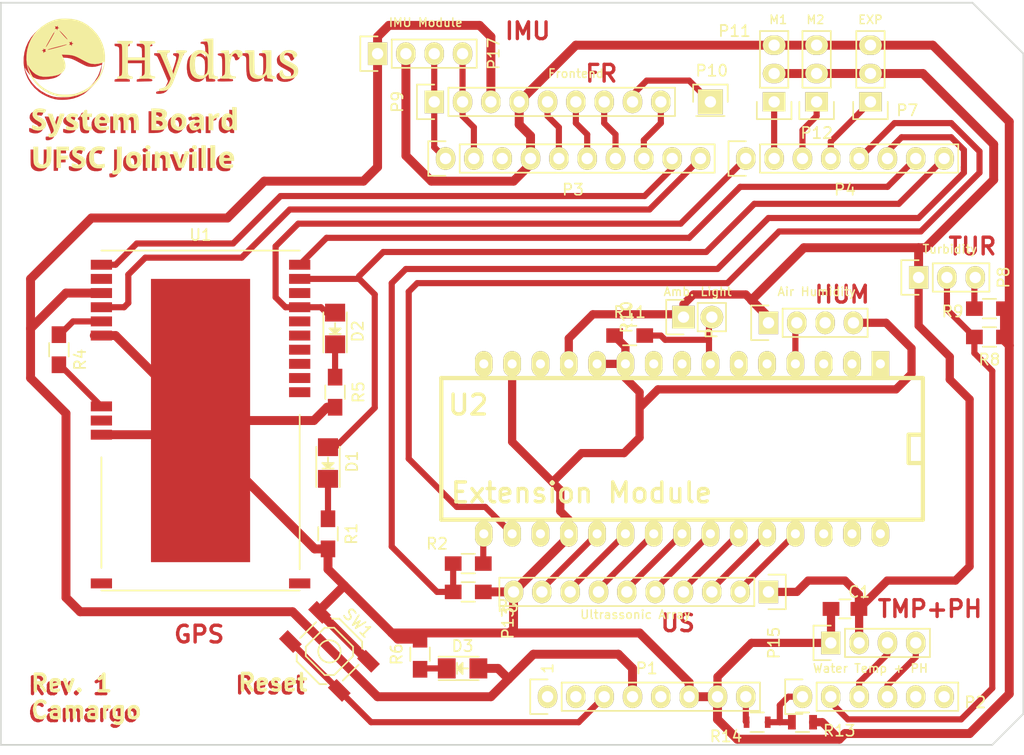
<source format=kicad_pcb>
(kicad_pcb (version 4) (host pcbnew 4.0.4+e1-6308~48~ubuntu15.10.1-stable)
  (title_block (date "lun. 30 mars 2015"))
  (layers (0 F.Cu signal) (31 B.Cu signal) (34 B.Paste user) (35 F.Paste user) (36 B.SilkS user) (37 F.SilkS user) (38 B.Mask user) (39 F.Mask user) (44 Edge.Cuts user))
  (net 0 "")
  (net 1 /IOREF)
  (net 2 /Reset)
  (net 3 +5V)
  (net 4 GND)
  (net 5 /Vin)
  (net 6 /AREF)
  (net 7 "/6(**)")
  (net 8 "/5(**)")
  (net 9 /4)
  (net 10 /2)
  (net 11 "/13(SCK)")
  (net 12 "/10(**/SS)")
  (net 13 "Net-(P1-Pad1)")
  (net 14 +3V3)
  (net 15 "/12(MISO)")
  (net 16 "/11(**/MOSI)")
  (net 17 GPS_ON_OFF)
  (net 18 GPS_RESET)
  (net 19 GPS_WAKEUP)
  (net 20 /L_SD)
  (net 21 GPS_RX)
  (net 22 GPS_TX)
  (net 23 "Net-(D1-Pad1)")
  (net 24 "Net-(U1-Pad2)")
  (net 25 "Net-(U1-Pad8)")
  (net 26 "Net-(U1-Pad10)")
  (net 27 "Net-(U1-Pad11)")
  (net 28 "Net-(U1-Pad12)")
  (net 29 "Net-(U1-Pad13)")
  (net 30 "Net-(U1-Pad14)")
  (net 31 "Net-(U1-Pad15)")
  (net 32 "Net-(U1-Pad19)")
  (net 33 SCL)
  (net 34 SDA)
  (net 35 "Net-(R4-Pad1)")
  (net 36 "Net-(R4-Pad2)")
  (net 37 "Net-(U1-Pad16)")
  (net 38 "Net-(U1-Pad17)")
  (net 39 "Net-(D2-Pad1)")
  (net 40 "Net-(U2-Pad1)")
  (net 41 "Net-(U2-Pad2)")
  (net 42 "Net-(U2-Pad3)")
  (net 43 "Net-(U2-Pad5)")
  (net 44 "Net-(U2-Pad8)")
  (net 45 "Net-(U2-Pad9)")
  (net 46 "Net-(U2-Pad13)")
  (net 47 "Net-(U2-Pad15)")
  (net 48 "Net-(U2-Pad18)")
  (net 49 "Net-(U2-Pad28)")
  (net 50 "Net-(U2-Pad29)")
  (net 51 "Net-(U2-Pad30)")
  (net 52 SM_RX)
  (net 53 SM_TX)
  (net 54 "Net-(D3-Pad1)")
  (net 55 "Net-(P8-Pad3)")
  (net 56 TURB_Vo)
  (net 57 PH_Vo)
  (net 58 EXT_PWR)
  (net 59 LIGHT_Vo)
  (net 60 "Net-(U2-Pad6)")
  (net 61 "Net-(P13-Pad2)")
  (net 62 "Net-(P13-Pad3)")
  (net 63 "Net-(P13-Pad4)")
  (net 64 "Net-(P13-Pad5)")
  (net 65 "Net-(P13-Pad6)")
  (net 66 "Net-(P13-Pad7)")
  (net 67 "Net-(P13-Pad8)")
  (net 68 "Net-(P13-Pad9)")
  (net 69 TEMP_Vo)
  (net 70 SDA_Lower)
  (net 71 SCL_Lower)
  (net 72 HUM_DATA)
  (net 73 "Net-(P16-Pad3)")
  (net 74 BATT_SENSE)
  (module arduino-nano:arduino_mini (layer F.Cu) (at 149.733 101.6 180)
    (fp_text reference U2 (at 17.907 3.937 180) (layer F.SilkS) (effects (font (size 1.778 1.778) (thickness 0.3048))))
    (fp_text value "Extension Module" (at 7.747 -3.937 180) (layer F.SilkS) (effects (font (size 1.778 1.778) (thickness 0.3048))))
    (pad 1 thru_hole rect (at -19.05 7.62 180) (size 1.5748 2.286) (drill 0.8128) (layers *.Cu *.Mask F.SilkS) (net 40 "Net-(U2-Pad1)"))
    (pad 2 thru_hole oval (at -16.51 7.62 180) (size 1.5748 2.286) (drill 0.8128) (layers *.Cu *.Mask F.SilkS) (net 41 "Net-(U2-Pad2)"))
    (pad 3 thru_hole oval (at -13.97 7.62 180) (size 1.5748 2.286) (drill 0.8128) (layers *.Cu *.Mask F.SilkS) (net 42 "Net-(U2-Pad3)"))
    (pad 4 thru_hole oval (at -11.43 7.62 180) (size 1.5748 2.286) (drill 0.8128) (layers *.Cu *.Mask F.SilkS) (net 72 HUM_DATA))
    (pad 5 thru_hole oval (at -8.89 7.62 180) (size 1.5748 2.286) (drill 0.8128) (layers *.Cu *.Mask F.SilkS) (net 43 "Net-(U2-Pad5)"))
    (pad 6 thru_hole oval (at -6.35 7.62 180) (size 1.5748 2.286) (drill 0.8128) (layers *.Cu *.Mask F.SilkS) (net 60 "Net-(U2-Pad6)"))
    (pad 7 thru_hole oval (at -3.81 7.62 180) (size 1.5748 2.286) (drill 0.8128) (layers *.Cu *.Mask F.SilkS) (net 59 LIGHT_Vo))
    (pad 8 thru_hole oval (at -1.27 7.62 180) (size 1.5748 2.286) (drill 0.8128) (layers *.Cu *.Mask F.SilkS) (net 44 "Net-(U2-Pad8)"))
    (pad 9 thru_hole oval (at 1.27 7.62 180) (size 1.5748 2.286) (drill 0.8128) (layers *.Cu *.Mask F.SilkS) (net 45 "Net-(U2-Pad9)"))
    (pad 10 thru_hole oval (at 3.81 7.62 180) (size 1.5748 2.286) (drill 0.8128) (layers *.Cu *.Mask F.SilkS) (net 4 GND))
    (pad 11 thru_hole oval (at 6.35 7.62 180) (size 1.5748 2.286) (drill 0.8128) (layers *.Cu *.Mask F.SilkS) (net 4 GND))
    (pad 12 thru_hole oval (at 8.89 7.62 180) (size 1.5748 2.286) (drill 0.8128) (layers *.Cu *.Mask F.SilkS) (net 58 EXT_PWR))
    (pad 13 thru_hole oval (at 11.43 7.62 180) (size 1.5748 2.286) (drill 0.8128) (layers *.Cu *.Mask F.SilkS) (net 46 "Net-(U2-Pad13)"))
    (pad 14 thru_hole oval (at 13.97 7.62 180) (size 1.5748 2.286) (drill 0.8128) (layers *.Cu *.Mask F.SilkS) (net 4 GND))
    (pad 15 thru_hole oval (at 16.51 7.62 180) (size 1.5748 2.286) (drill 0.8128) (layers *.Cu *.Mask F.SilkS) (net 47 "Net-(U2-Pad15)"))
    (pad 16 thru_hole oval (at 16.51 -7.62 180) (size 1.5748 2.286) (drill 0.8128) (layers *.Cu *.Mask F.SilkS) (net 53 SM_TX))
    (pad 17 thru_hole oval (at 13.97 -7.62 180) (size 1.5748 2.286) (drill 0.8128) (layers *.Cu *.Mask F.SilkS) (net 52 SM_RX))
    (pad 18 thru_hole oval (at 11.43 -7.62 180) (size 1.5748 2.286) (drill 0.8128) (layers *.Cu *.Mask F.SilkS) (net 48 "Net-(U2-Pad18)"))
    (pad 19 thru_hole oval (at 8.89 -7.62 180) (size 1.5748 2.286) (drill 0.8128) (layers *.Cu *.Mask F.SilkS) (net 4 GND))
    (pad 20 thru_hole oval (at 6.35 -7.62 180) (size 1.5748 2.286) (drill 0.8128) (layers *.Cu *.Mask F.SilkS) (net 68 "Net-(P13-Pad9)"))
    (pad 21 thru_hole oval (at 3.81 -7.62 180) (size 1.5748 2.286) (drill 0.8128) (layers *.Cu *.Mask F.SilkS) (net 67 "Net-(P13-Pad8)"))
    (pad 22 thru_hole oval (at 1.27 -7.62 180) (size 1.5748 2.286) (drill 0.8128) (layers *.Cu *.Mask F.SilkS) (net 66 "Net-(P13-Pad7)"))
    (pad 23 thru_hole oval (at -1.27 -7.62 180) (size 1.5748 2.286) (drill 0.8128) (layers *.Cu *.Mask F.SilkS) (net 65 "Net-(P13-Pad6)"))
    (pad 24 thru_hole oval (at -3.81 -7.62 180) (size 1.5748 2.286) (drill 0.8128) (layers *.Cu *.Mask F.SilkS) (net 64 "Net-(P13-Pad5)"))
    (pad 25 thru_hole oval (at -6.35 -7.62 180) (size 1.5748 2.286) (drill 0.8128) (layers *.Cu *.Mask F.SilkS) (net 63 "Net-(P13-Pad4)"))
    (pad 26 thru_hole oval (at -8.89 -7.62 180) (size 1.5748 2.286) (drill 0.8128) (layers *.Cu *.Mask F.SilkS) (net 62 "Net-(P13-Pad3)"))
    (pad 27 thru_hole oval (at -11.43 -7.62 180) (size 1.5748 2.286) (drill 0.8128) (layers *.Cu *.Mask F.SilkS) (net 61 "Net-(P13-Pad2)"))
    (pad 28 thru_hole oval (at -13.97 -7.62 180) (size 1.5748 2.286) (drill 0.8128) (layers *.Cu *.Mask F.SilkS) (net 49 "Net-(U2-Pad28)"))
    (pad 29 thru_hole oval (at -16.51 -7.62 180) (size 1.5748 2.286) (drill 0.8128) (layers *.Cu *.Mask F.SilkS) (net 50 "Net-(U2-Pad29)"))
    (pad 30 thru_hole oval (at -19.05 -7.62 180) (size 1.5748 2.286) (drill 0.8128) (layers *.Cu *.Mask F.SilkS) (net 51 "Net-(U2-Pad30)"))
  )
  (module Hydrus:decorcu (layer F.Cu) (at 104.14 70.231)
    (fp_text reference G*** hide)
    (fp_text value LOGO hide)
    (fp_poly (pts (xy -3.648567 5.577416) (xy -3.653235 5.906354) (xy -3.658488 6.161782) (xy -3.665229 6.354859) (xy -3.674364 6.49674) (xy -3.686798 6.598584) (xy -3.703435 6.671548) (xy -3.725181 6.726787) (xy -3.74464 6.762065) (xy -3.839227 6.874236) (xy -3.955792 6.959745) (xy -3.962705 6.963149) (xy -4.079363 7.00095) (xy -4.218938 7.022866) (xy -4.350263 7.026641) (xy -4.442173 7.010015) (xy -4.459112 6.999111) (xy -4.477748 6.94164) (xy -4.487084 6.836788) (xy -4.487334 6.815942) (xy -4.482086 6.714584) (xy -4.453064 6.675596) (xy -4.380346 6.676767) (xy -4.364524 6.679021) (xy -4.231302 6.664293) (xy -4.152857 6.608189) (xy -4.124662 6.576409) (xy -4.103156 6.537405) (xy -4.087436 6.480159) (xy -4.076598 6.393652) (xy -4.069739 6.266867) (xy -4.065956 6.088786) (xy -4.064344 5.848389) (xy -4.064001 5.53466) (xy -4.064 5.5245) (xy -4.064 4.529666) (xy -3.635301 4.529666) (xy -3.648567 5.577416)) (layer F.Cu) (width 0.01))
    (fp_poly (pts (xy -11.133667 5.23009) (xy -11.133245 5.488806) (xy -11.130787 5.676709) (xy -11.124503 5.80765) (xy -11.112603 5.895484) (xy -11.093298 5.954061) (xy -11.064799 5.997236) (xy -11.029758 6.034424) (xy -10.895646 6.117316) (xy -10.74133 6.137702) (xy -10.591565 6.10042) (xy -10.471109 6.010305) (xy -10.416108 5.914514) (xy -10.400232 5.827275) (xy -10.386863 5.674333) (xy -10.377115 5.47464) (xy -10.3721 5.247149) (xy -10.371667 5.158349) (xy -10.371667 4.529666) (xy -9.948334 4.529666) (xy -9.949369 5.132916) (xy -9.953767 5.453188) (xy -9.967469 5.702287) (xy -9.993088 5.893442) (xy -10.033238 6.039881) (xy -10.09053 6.154833) (xy -10.16758 6.251526) (xy -10.171073 6.255163) (xy -10.347114 6.380765) (xy -10.572132 6.45644) (xy -10.823823 6.477947) (xy -11.079883 6.441044) (xy -11.10745 6.433209) (xy -11.227995 6.376553) (xy -11.333722 6.299264) (xy -11.41095 6.221014) (xy -11.468087 6.14179) (xy -11.508122 6.047571) (xy -11.534043 5.924335) (xy -11.548838 5.758059) (xy -11.555494 5.534722) (xy -11.557 5.251435) (xy -11.557 4.529666) (xy -11.133667 4.529666) (xy -11.133667 5.23009)) (layer F.Cu) (width 0.01))
    (fp_poly (pts (xy -7.173211 4.518964) (xy -7.013039 4.560466) (xy -6.974198 4.578011) (xy -6.90653 4.620219) (xy -6.888308 4.666902) (xy -6.912574 4.749735) (xy -6.927952 4.788494) (xy -6.989465 4.941488) (xy -7.145983 4.885602) (xy -7.354901 4.834234) (xy -7.522191 4.841473) (xy -7.637726 4.906868) (xy -7.638422 4.907632) (xy -7.691159 5.000271) (xy -7.673588 5.090816) (xy -7.581748 5.185197) (xy -7.411678 5.28934) (xy -7.368559 5.311544) (xy -7.130833 5.450406) (xy -6.970964 5.591123) (xy -6.882333 5.741192) (xy -6.858 5.889683) (xy -6.892249 6.107452) (xy -6.995059 6.275568) (xy -7.166524 6.394183) (xy -7.167725 6.39473) (xy -7.369561 6.453084) (xy -7.607829 6.472447) (xy -7.843128 6.451474) (xy -7.958667 6.421693) (xy -8.053814 6.380484) (xy -8.099577 6.322705) (xy -8.117845 6.217061) (xy -8.119851 6.19125) (xy -8.123534 6.081437) (xy -8.10313 6.027819) (xy -8.041963 6.022498) (xy -7.923359 6.057581) (xy -7.874 6.074833) (xy -7.653962 6.13128) (xy -7.474145 6.134115) (xy -7.345176 6.084014) (xy -7.302516 6.038464) (xy -7.262641 5.942199) (xy -7.263084 5.870829) (xy -7.310437 5.820291) (xy -7.413781 5.744958) (xy -7.553699 5.658529) (xy -7.604644 5.629876) (xy -7.821295 5.497018) (xy -7.965512 5.37055) (xy -8.047136 5.236886) (xy -8.076008 5.08244) (xy -8.072939 4.983368) (xy -8.021404 4.77835) (xy -7.905351 4.627795) (xy -7.722316 4.528564) (xy -7.713437 4.525575) (xy -7.560039 4.49892) (xy -7.367754 4.497583) (xy -7.173211 4.518964)) (layer F.Cu) (width 0.01))
    (fp_poly (pts (xy -5.45355 4.512547) (xy -5.29845 4.543763) (xy -5.18385 4.585356) (xy -5.139759 4.620387) (xy -5.135608 4.682461) (xy -5.160001 4.774888) (xy -5.200313 4.866829) (xy -5.243919 4.927447) (xy -5.268645 4.935202) (xy -5.523323 4.851579) (xy -5.735146 4.839627) (xy -5.906915 4.899715) (xy -6.041434 5.032215) (xy -6.045163 5.037666) (xy -6.095235 5.121536) (xy -6.123729 5.205786) (xy -6.135027 5.315904) (xy -6.133509 5.47738) (xy -6.131254 5.538556) (xy -6.122505 5.713381) (xy -6.10813 5.827108) (xy -6.080393 5.90328) (xy -6.031557 5.96544) (xy -5.973003 6.020089) (xy -5.882529 6.093808) (xy -5.803659 6.128507) (xy -5.701506 6.133741) (xy -5.592003 6.124428) (xy -5.441333 6.105644) (xy -5.312449 6.084088) (xy -5.259917 6.071874) (xy -5.19938 6.061795) (xy -5.171983 6.092595) (xy -5.164813 6.183822) (xy -5.164667 6.216072) (xy -5.17083 6.328152) (xy -5.204438 6.386612) (xy -5.288172 6.422364) (xy -5.323417 6.43244) (xy -5.555138 6.470697) (xy -5.802571 6.469103) (xy -6.028888 6.429389) (xy -6.124951 6.394726) (xy -6.316079 6.262873) (xy -6.455168 6.066901) (xy -6.538908 5.81193) (xy -6.551396 5.735174) (xy -6.567231 5.395386) (xy -6.520541 5.103383) (xy -6.413959 4.863401) (xy -6.250117 4.679678) (xy -6.031646 4.556451) (xy -5.784194 4.500106) (xy -5.623886 4.496423) (xy -5.45355 4.512547)) (layer F.Cu) (width 0.01))
    (fp_poly (pts (xy -2.243188 5.011899) (xy -2.05439 5.122443) (xy -1.925029 5.293283) (xy -1.855103 5.524421) (xy -1.8415 5.715) (xy -1.867997 5.973932) (xy -1.95126 6.178243) (xy -2.09695 6.340814) (xy -2.126682 6.363999) (xy -2.262006 6.426157) (xy -2.443929 6.460968) (xy -2.638074 6.465818) (xy -2.810065 6.438088) (xy -2.859599 6.41978) (xy -3.019649 6.310213) (xy -3.153044 6.152137) (xy -3.234431 5.977064) (xy -3.241895 5.944624) (xy -3.254824 5.812114) (xy -3.25539 5.686795) (xy -2.845315 5.686795) (xy -2.826951 5.903645) (xy -2.766318 6.048731) (xy -2.661938 6.124477) (xy -2.570775 6.137685) (xy -2.459598 6.12785) (xy -2.383955 6.105109) (xy -2.383899 6.105073) (xy -2.305122 6.01433) (xy -2.260631 5.879246) (xy -2.248256 5.721187) (xy -2.265829 5.561516) (xy -2.311178 5.4216) (xy -2.382136 5.322804) (xy -2.467004 5.28665) (xy -2.641633 5.297665) (xy -2.757129 5.358814) (xy -2.822069 5.479169) (xy -2.845028 5.6678) (xy -2.845315 5.686795) (xy -3.25539 5.686795) (xy -3.25557 5.647074) (xy -3.251236 5.571575) (xy -3.197261 5.330311) (xy -3.082325 5.146742) (xy -2.909945 5.023693) (xy -2.683638 4.963986) (xy -2.491426 4.961647) (xy -2.243188 5.011899)) (layer F.Cu) (width 0.01))
    (fp_poly (pts (xy 6.0228 4.98725) (xy 6.215467 5.086336) (xy 6.350907 5.244759) (xy 6.423525 5.457022) (xy 6.434666 5.597922) (xy 6.434666 5.799666) (xy 5.969 5.799666) (xy 5.765323 5.800589) (xy 5.631646 5.805176) (xy 5.553307 5.816152) (xy 5.515644 5.836245) (xy 5.503995 5.868181) (xy 5.503333 5.886257) (xy 5.532018 5.973227) (xy 5.602146 6.071252) (xy 5.61279 6.082306) (xy 5.687996 6.146895) (xy 5.764122 6.174366) (xy 5.875094 6.173435) (xy 5.940874 6.1666) (xy 6.087351 6.146546) (xy 6.21232 6.124046) (xy 6.25475 6.113781) (xy 6.318334 6.104411) (xy 6.344842 6.140382) (xy 6.35 6.235088) (xy 6.338798 6.341495) (xy 6.289336 6.399353) (xy 6.216682 6.430525) (xy 6.057405 6.463633) (xy 5.861541 6.473685) (xy 5.665998 6.461349) (xy 5.507687 6.427293) (xy 5.482166 6.41724) (xy 5.288583 6.289455) (xy 5.158171 6.105931) (xy 5.09057 5.866027) (xy 5.08 5.700047) (xy 5.105546 5.501338) (xy 5.511539 5.501338) (xy 5.575831 5.533491) (xy 5.713172 5.545029) (xy 5.7785 5.545666) (xy 5.929852 5.542164) (xy 6.014233 5.528656) (xy 6.04916 5.500636) (xy 6.053666 5.474916) (xy 6.017694 5.364943) (xy 5.926895 5.288164) (xy 5.806944 5.251548) (xy 5.683518 5.262066) (xy 5.582293 5.326685) (xy 5.569233 5.343419) (xy 5.512079 5.440627) (xy 5.511539 5.501338) (xy 5.105546 5.501338) (xy 5.113668 5.43817) (xy 5.210762 5.226357) (xy 5.365413 5.070883) (xy 5.571754 4.978024) (xy 5.7785 4.953) (xy 6.0228 4.98725)) (layer F.Cu) (width 0.01))
    (fp_poly (pts (xy -8.382 4.868333) (xy -9.101667 4.868333) (xy -9.101667 5.334) (xy -8.424334 5.334) (xy -8.424334 5.669105) (xy -9.0805 5.693833) (xy -9.092732 6.06425) (xy -9.104963 6.434666) (xy -9.482667 6.434666) (xy -9.482667 4.529666) (xy -8.382 4.529666) (xy -8.382 4.868333)) (layer F.Cu) (width 0.01))
    (fp_poly (pts (xy -1.100667 6.434666) (xy -1.481667 6.434666) (xy -1.481667 4.953) (xy -1.100667 4.953) (xy -1.100667 6.434666)) (layer F.Cu) (width 0.01))
    (fp_poly (pts (xy 0.279403 4.963938) (xy 0.427259 4.993767) (xy 0.539138 5.052238) (xy 0.619591 5.14942) (xy 0.673172 5.295385) (xy 0.704432 5.5002) (xy 0.717925 5.773937) (xy 0.71943 5.93725) (xy 0.719666 6.434666) (xy 0.296333 6.434666) (xy 0.296333 5.926666) (xy 0.295012 5.708015) (xy 0.289394 5.557264) (xy 0.276999 5.457666) (xy 0.255346 5.392472) (xy 0.221954 5.344936) (xy 0.207998 5.330331) (xy 0.108968 5.266427) (xy 0.006914 5.269617) (xy -0.087443 5.299627) (xy -0.153744 5.345137) (xy -0.19747 5.420359) (xy -0.224101 5.539509) (xy -0.239117 5.716801) (xy -0.246963 5.928061) (xy -0.261091 6.434666) (xy -0.679333 6.434666) (xy -0.656167 4.974166) (xy -0.518557 4.960899) (xy -0.41639 4.96346) (xy -0.360978 5.009683) (xy -0.339399 5.056908) (xy -0.306122 5.131848) (xy -0.271533 5.135272) (xy -0.213503 5.081835) (xy -0.077304 4.991736) (xy 0.103493 4.956324) (xy 0.279403 4.963938)) (layer F.Cu) (width 0.01))
    (fp_poly (pts (xy 2.37365 4.956902) (xy 2.43226 4.973265) (xy 2.441987 5.009068) (xy 2.437267 5.027083) (xy 2.414691 5.090275) (xy 2.367501 5.217523) (xy 2.301329 5.393805) (xy 2.221806 5.604095) (xy 2.163557 5.757333) (xy 1.913618 6.4135) (xy 1.701426 6.426164) (xy 1.575817 6.427261) (xy 1.489481 6.416074) (xy 1.46864 6.404997) (xy 1.445098 6.351905) (xy 1.399004 6.236923) (xy 1.3363 6.075806) (xy 1.262927 5.884312) (xy 1.184827 5.678194) (xy 1.107942 5.473211) (xy 1.038214 5.285117) (xy 0.981584 5.129669) (xy 0.943996 5.022622) (xy 0.931333 4.980217) (xy 0.969156 4.964102) (xy 1.065418 4.958793) (xy 1.132416 4.961263) (xy 1.3335 4.974166) (xy 1.452758 5.312833) (xy 1.516781 5.501324) (xy 1.576479 5.688511) (xy 1.620347 5.838128) (xy 1.62502 5.85574) (xy 1.678023 6.059981) (xy 1.856845 5.50649) (xy 2.035667 4.953) (xy 2.248353 4.953) (xy 2.37365 4.956902)) (layer F.Cu) (width 0.01))
    (fp_poly (pts (xy 3.092332 6.434666) (xy 2.665 6.434666) (xy 2.688166 4.974166) (xy 3.069166 4.974166) (xy 3.092332 6.434666)) (layer F.Cu) (width 0.01))
    (fp_poly (pts (xy 3.894666 6.434666) (xy 3.513666 6.434666) (xy 3.513666 4.402666) (xy 3.894666 4.402666) (xy 3.894666 6.434666)) (layer F.Cu) (width 0.01))
    (fp_poly (pts (xy 4.741333 6.434666) (xy 4.318 6.434666) (xy 4.318 4.402666) (xy 4.741333 4.402666) (xy 4.741333 6.434666)) (layer F.Cu) (width 0.01))
    (fp_poly (pts (xy -1.157865 4.435043) (xy -1.076232 4.522812) (xy -1.058334 4.608526) (xy -1.09451 4.686036) (xy -1.18082 4.752718) (xy -1.28394 4.783503) (xy -1.291167 4.783666) (xy -1.399433 4.756127) (xy -1.457477 4.717142) (xy -1.51721 4.612916) (xy -1.504271 4.512577) (xy -1.429141 4.435946) (xy -1.302302 4.402842) (xy -1.291167 4.402666) (xy -1.157865 4.435043)) (layer F.Cu) (width 0.01))
    (fp_poly (pts (xy 2.992979 4.41086) (xy 3.048406 4.446674) (xy 3.074593 4.515052) (xy 3.081234 4.623579) (xy 3.060547 4.694968) (xy 2.982952 4.751828) (xy 2.86862 4.775174) (xy 2.760162 4.760031) (xy 2.719708 4.734775) (xy 2.670641 4.629616) (xy 2.685185 4.490944) (xy 2.692695 4.469629) (xy 2.755384 4.418271) (xy 2.882389 4.402666) (xy 2.992979 4.41086)) (layer F.Cu) (width 0.01))
    (fp_poly (pts (xy -8.80967 1.571259) (xy -8.792194 1.599081) (xy -8.79496 1.654986) (xy -8.819369 1.74797) (xy -8.866821 1.88703) (xy -8.938719 2.081161) (xy -9.036462 2.339361) (xy -9.127389 2.579978) (xy -9.255169 2.911073) (xy -9.361073 3.166587) (xy -9.447604 3.352019) (xy -9.517265 3.472868) (xy -9.55521 3.519915) (xy -9.701484 3.617848) (xy -9.888261 3.680721) (xy -10.074342 3.695694) (xy -10.107084 3.69193) (xy -10.17096 3.667417) (xy -10.197934 3.603831) (xy -10.202334 3.516592) (xy -10.196992 3.412913) (xy -10.170826 3.372471) (xy -10.108626 3.374021) (xy -10.101244 3.375398) (xy -9.954413 3.363532) (xy -9.826974 3.276) (xy -9.759726 3.178659) (xy -9.739257 3.132637) (xy -9.730361 3.083617) (xy -9.736381 3.019316) (xy -9.76066 2.927448) (xy -9.806542 2.795728) (xy -9.877371 2.611874) (xy -9.976488 2.363598) (xy -9.992122 2.324717) (xy -10.08489 2.093325) (xy -10.165686 1.890348) (xy -10.229585 1.728277) (xy -10.271664 1.619601) (xy -10.286999 1.57681) (xy -10.287 1.576757) (xy -10.248923 1.570636) (xy -10.151257 1.570971) (xy -10.068554 1.574704) (xy -9.850107 1.5875) (xy -9.681546 2.085599) (xy -9.512986 2.583698) (xy -9.347387 2.075016) (xy -9.181788 1.566333) (xy -8.969542 1.566333) (xy -8.899745 1.563882) (xy -8.845987 1.562525) (xy -8.80967 1.571259)) (layer F.Cu) (width 0.01))
    (fp_poly (pts (xy -10.797981 1.106966) (xy -10.639497 1.136218) (xy -10.567103 1.159376) (xy -10.415932 1.222539) (xy -10.47584 1.362686) (xy -10.539121 1.465166) (xy -10.610856 1.489599) (xy -10.612458 1.489331) (xy -10.696235 1.477854) (xy -10.829388 1.462815) (xy -10.928528 1.452787) (xy -11.067982 1.44309) (xy -11.14836 1.45191) (xy -11.194275 1.484939) (xy -11.215768 1.519205) (xy -11.241322 1.609978) (xy -11.210449 1.696315) (xy -11.115855 1.78702) (xy -10.95025 1.890896) (xy -10.873713 1.932231) (xy -10.659299 2.06218) (xy -10.518221 2.193521) (xy -10.440029 2.339802) (xy -10.414268 2.514572) (xy -10.414159 2.527943) (xy -10.452645 2.714309) (xy -10.55936 2.871104) (xy -10.720662 2.990327) (xy -10.922907 3.06398) (xy -11.152453 3.084064) (xy -11.324167 3.061497) (xy -11.497716 3.019146) (xy -11.604217 2.978612) (xy -11.659915 2.926511) (xy -11.681054 2.84946) (xy -11.684 2.765021) (xy -11.67981 2.648917) (xy -11.66184 2.599788) (xy -11.621991 2.600131) (xy -11.609917 2.604922) (xy -11.448073 2.661881) (xy -11.271377 2.705508) (xy -11.110739 2.729622) (xy -10.997066 2.72804) (xy -10.995732 2.727757) (xy -10.877566 2.670955) (xy -10.819185 2.576611) (xy -10.832434 2.465119) (xy -10.837438 2.455138) (xy -10.897913 2.392147) (xy -11.009783 2.313251) (xy -11.128346 2.246352) (xy -11.372479 2.095503) (xy -11.540154 1.929405) (xy -11.628252 1.751696) (xy -11.641667 1.647424) (xy -11.608174 1.431854) (xy -11.508482 1.268516) (xy -11.343773 1.158375) (xy -11.115227 1.102397) (xy -10.965307 1.095031) (xy -10.797981 1.106966)) (layer F.Cu) (width 0.01))
    (fp_poly (pts (xy -7.790163 1.566136) (xy -7.787977 1.566658) (xy -7.663803 1.601568) (xy -7.578102 1.635213) (xy -7.556877 1.65039) (xy -7.555551 1.709424) (xy -7.579938 1.808418) (xy -7.583219 1.818063) (xy -7.628413 1.909734) (xy -7.681238 1.929479) (xy -7.699129 1.92388) (xy -7.851586 1.874964) (xy -8.005335 1.848026) (xy -8.123017 1.849351) (xy -8.131067 1.851202) (xy -8.200132 1.892052) (xy -8.192342 1.954384) (xy -8.111237 2.033126) (xy -7.960357 2.123207) (xy -7.931005 2.137833) (xy -7.75156 2.229482) (xy -7.634782 2.303403) (xy -7.564997 2.373979) (xy -7.526531 2.455595) (xy -7.510444 2.523792) (xy -7.511408 2.704474) (xy -7.575649 2.864214) (xy -7.692369 2.977635) (xy -7.706984 2.985698) (xy -7.862049 3.03701) (xy -8.063827 3.06513) (xy -8.276875 3.067335) (xy -8.456084 3.043264) (xy -8.568078 3.011983) (xy -8.620134 2.970774) (xy -8.635185 2.892365) (xy -8.636 2.829312) (xy -8.630362 2.721186) (xy -8.607706 2.679742) (xy -8.565301 2.685071) (xy -8.408494 2.732353) (xy -8.2387 2.76415) (xy -8.090288 2.775238) (xy -8.018579 2.768149) (xy -7.928958 2.723249) (xy -7.917379 2.656327) (xy -7.981378 2.571572) (xy -8.118488 2.473173) (xy -8.2276 2.413) (xy -8.43113 2.292439) (xy -8.558851 2.172743) (xy -8.618781 2.042859) (xy -8.618936 1.891739) (xy -8.616362 1.877093) (xy -8.549575 1.735264) (xy -8.418288 1.627531) (xy -8.237776 1.559617) (xy -8.02331 1.537244) (xy -7.790163 1.566136)) (layer F.Cu) (width 0.01))
    (fp_poly (pts (xy -6.774868 1.234797) (xy -6.739954 1.272325) (xy -6.731166 1.364451) (xy -6.731 1.397) (xy -6.731 1.566333) (xy -6.307667 1.566333) (xy -6.307667 1.862666) (xy -6.731 1.862666) (xy -6.731 2.259649) (xy -6.72605 2.477806) (xy -6.706656 2.623487) (xy -6.666004 2.708541) (xy -6.597279 2.744814) (xy -6.493665 2.744154) (xy -6.455476 2.738642) (xy -6.356959 2.727732) (xy -6.316205 2.752786) (xy -6.307731 2.834324) (xy -6.307667 2.857663) (xy -6.318109 2.961441) (xy -6.343542 3.02243) (xy -6.34649 3.024663) (xy -6.452988 3.058614) (xy -6.603502 3.071426) (xy -6.759951 3.062661) (xy -6.884251 3.031876) (xy -6.886417 3.030911) (xy -6.98236 2.974843) (xy -7.050552 2.897639) (xy -7.096413 2.78442) (xy -7.125361 2.620305) (xy -7.142816 2.390415) (xy -7.146152 2.31775) (xy -7.155952 2.11577) (xy -7.167195 1.983857) (xy -7.183029 1.90743) (xy -7.206604 1.871906) (xy -7.24107 1.862702) (xy -7.244438 1.862666) (xy -7.309564 1.835424) (xy -7.320372 1.769599) (xy -7.279728 1.689046) (xy -7.21684 1.633075) (xy -7.132135 1.548286) (xy -7.056455 1.426121) (xy -7.04291 1.395372) (xy -6.989663 1.286313) (xy -6.930724 1.237769) (xy -6.853404 1.227666) (xy -6.774868 1.234797)) (layer F.Cu) (width 0.01))
    (fp_poly (pts (xy -5.122347 1.579603) (xy -4.94088 1.69112) (xy -4.807868 1.864884) (xy -4.740353 2.05789) (xy -4.712382 2.203863) (xy -4.70791 2.30309) (xy -4.738759 2.364594) (xy -4.816753 2.397398) (xy -4.953714 2.410522) (xy -5.161464 2.412991) (xy -5.205672 2.413) (xy -5.418534 2.41523) (xy -5.558925 2.422921) (xy -5.63895 2.43757) (xy -5.670712 2.460674) (xy -5.672667 2.47079) (xy -5.638786 2.566337) (xy -5.555994 2.666761) (xy -5.452566 2.742147) (xy -5.397382 2.76205) (xy -5.277071 2.766164) (xy -5.11561 2.74902) (xy -4.952183 2.716093) (xy -4.85775 2.686645) (xy -4.808468 2.680725) (xy -4.787386 2.726817) (xy -4.783667 2.811685) (xy -4.795517 2.922905) (xy -4.842843 2.983118) (xy -4.892082 3.006648) (xy -5.056889 3.047783) (xy -5.257233 3.068186) (xy -5.452791 3.065737) (xy -5.588 3.043262) (xy -5.759346 2.957774) (xy -5.914157 2.820682) (xy -6.025183 2.658839) (xy -6.053845 2.584211) (xy -6.09434 2.317077) (xy -6.071021 2.103766) (xy -5.658132 2.103766) (xy -5.654112 2.11244) (xy -5.599325 2.137376) (xy -5.486844 2.154273) (xy -5.373835 2.159) (xy -5.233905 2.156675) (xy -5.158655 2.14415) (xy -5.12812 2.113103) (xy -5.122334 2.055207) (xy -5.122334 2.054142) (xy -5.159866 1.948481) (xy -5.253264 1.865238) (xy -5.37373 1.826138) (xy -5.422556 1.827651) (xy -5.507276 1.866906) (xy -5.589108 1.943634) (xy -5.646558 2.031399) (xy -5.658132 2.103766) (xy -6.071021 2.103766) (xy -6.067452 2.071124) (xy -5.978711 1.858481) (xy -5.833648 1.691277) (xy -5.637796 1.581643) (xy -5.589922 1.56685) (xy -5.342089 1.536218) (xy -5.122347 1.579603)) (layer F.Cu) (width 0.01))
    (fp_poly (pts (xy 1.615413 1.559534) (xy 1.81559 1.63387) (xy 1.98331 1.75716) (xy 2.099287 1.924307) (xy 2.11818 1.973087) (xy 2.153407 2.144196) (xy 2.163095 2.342127) (xy 2.148054 2.532518) (xy 2.109092 2.681006) (xy 2.101131 2.69774) (xy 1.956994 2.888152) (xy 1.758864 3.014202) (xy 1.672166 3.043706) (xy 1.524775 3.078338) (xy 1.413844 3.083153) (xy 1.296082 3.056762) (xy 1.214281 3.029) (xy 1.004631 2.922018) (xy 0.861165 2.770424) (xy 0.779211 2.566858) (xy 0.756352 2.327825) (xy 1.151373 2.327825) (xy 1.181828 2.505278) (xy 1.25546 2.645362) (xy 1.364711 2.731795) (xy 1.4605 2.751666) (xy 1.57097 2.72219) (xy 1.648638 2.669361) (xy 1.730312 2.539612) (xy 1.766242 2.377223) (xy 1.759333 2.205942) (xy 1.712488 2.049516) (xy 1.628611 1.931694) (xy 1.552868 1.886077) (xy 1.405526 1.872825) (xy 1.280723 1.93455) (xy 1.193066 2.061933) (xy 1.171651 2.129286) (xy 1.151373 2.327825) (xy 0.756352 2.327825) (xy 0.754094 2.30422) (xy 0.776476 2.062019) (xy 0.846474 1.873392) (xy 0.973151 1.716534) (xy 1.01301 1.681178) (xy 1.194837 1.578093) (xy 1.402067 1.539243) (xy 1.615413 1.559534)) (layer F.Cu) (width 0.01))
    (fp_poly (pts (xy 3.422263 1.585087) (xy 3.608275 1.700068) (xy 3.624673 1.715825) (xy 3.663966 1.759058) (xy 3.691434 1.80696) (xy 3.709189 1.874558) (xy 3.719342 1.97688) (xy 3.724006 2.128953) (xy 3.72529 2.345806) (xy 3.725333 2.432242) (xy 3.725333 3.048) (xy 3.599822 3.048) (xy 3.477967 3.016814) (xy 3.428293 2.962014) (xy 3.382275 2.876028) (xy 3.263597 2.960534) (xy 3.113953 3.030512) (xy 2.927743 3.069004) (xy 2.749902 3.067467) (xy 2.725177 3.062924) (xy 2.594894 2.995322) (xy 2.494321 2.870509) (xy 2.432937 2.713489) (xy 2.424443 2.603796) (xy 2.836333 2.603796) (xy 2.869273 2.706845) (xy 2.953234 2.764625) (xy 3.065924 2.774223) (xy 3.185053 2.732727) (xy 3.27025 2.660505) (xy 3.327465 2.555814) (xy 3.344333 2.47181) (xy 3.333512 2.405124) (xy 3.285006 2.376489) (xy 3.184419 2.370666) (xy 3.019341 2.396461) (xy 2.898909 2.46645) (xy 2.839691 2.569536) (xy 2.836333 2.603796) (xy 2.424443 2.603796) (xy 2.42022 2.549264) (xy 2.465649 2.402839) (xy 2.471444 2.393607) (xy 2.583184 2.276337) (xy 2.747119 2.195088) (xy 2.975871 2.144322) (xy 3.063701 2.133726) (xy 3.216936 2.11428) (xy 3.302968 2.091006) (xy 3.339216 2.057287) (xy 3.344333 2.027129) (xy 3.311411 1.949748) (xy 3.236252 1.878468) (xy 3.165655 1.839657) (xy 3.095594 1.829003) (xy 2.995491 1.845838) (xy 2.900088 1.871135) (xy 2.672005 1.934618) (xy 2.621057 1.81162) (xy 2.594046 1.721121) (xy 2.610283 1.658574) (xy 2.681585 1.613681) (xy 2.819766 1.576147) (xy 2.912166 1.557934) (xy 3.188621 1.537353) (xy 3.422263 1.585087)) (layer F.Cu) (width 0.01))
    (fp_poly (pts (xy 6.6675 0.994833) (xy 6.678835 2.021416) (xy 6.690171 3.048) (xy 6.520085 3.048) (xy 6.413561 3.040977) (xy 6.353911 3.023428) (xy 6.349351 3.01625) (xy 6.328514 2.956477) (xy 6.309248 2.922109) (xy 6.272169 2.88722) (xy 6.221099 2.908143) (xy 6.172313 2.950431) (xy 6.01173 3.045837) (xy 5.825997 3.070705) (xy 5.641389 3.021757) (xy 5.633342 3.017669) (xy 5.489735 2.92635) (xy 5.39472 2.817766) (xy 5.339624 2.67347) (xy 5.315774 2.47501) (xy 5.314167 2.398936) (xy 5.71161 2.398936) (xy 5.740041 2.555721) (xy 5.797759 2.665055) (xy 5.799666 2.667) (xy 5.915823 2.734784) (xy 6.049848 2.746241) (xy 6.166983 2.700431) (xy 6.19169 2.677583) (xy 6.261884 2.545511) (xy 6.292363 2.367456) (xy 6.278905 2.1743) (xy 6.267342 2.124127) (xy 6.196207 1.971758) (xy 6.091377 1.882483) (xy 5.968684 1.862036) (xy 5.843962 1.916154) (xy 5.801315 1.955315) (xy 5.742319 2.067589) (xy 5.712393 2.225844) (xy 5.71161 2.398936) (xy 5.314167 2.398936) (xy 5.312833 2.335858) (xy 5.322475 2.090383) (xy 5.355765 1.909179) (xy 5.419251 1.773597) (xy 5.519481 1.664984) (xy 5.559354 1.63364) (xy 5.721941 1.56085) (xy 5.910811 1.54643) (xy 6.090938 1.590357) (xy 6.166536 1.634016) (xy 6.2865 1.722866) (xy 6.272849 1.345821) (xy 6.259198 0.968777) (xy 6.6675 0.994833)) (layer F.Cu) (width 0.01))
    (fp_poly (pts (xy -3.325621 1.584062) (xy -3.220881 1.641684) (xy -3.090334 1.738201) (xy -2.959708 1.641684) (xy -2.803443 1.570836) (xy -2.613788 1.547081) (xy -2.427736 1.571554) (xy -2.313404 1.621854) (xy -2.238635 1.691627) (xy -2.184132 1.796258) (xy -2.14741 1.947228) (xy -2.125982 2.156022) (xy -2.117362 2.434121) (xy -2.116903 2.529416) (xy -2.116667 3.048) (xy -2.54 3.048) (xy -2.54 2.521857) (xy -2.543555 2.268891) (xy -2.55687 2.088758) (xy -2.583928 1.969822) (xy -2.628709 1.900448) (xy -2.695193 1.868998) (xy -2.765274 1.863314) (xy -2.872114 1.880125) (xy -2.949683 1.935539) (xy -3.001953 2.039613) (xy -3.032894 2.202409) (xy -3.046477 2.433986) (xy -3.048 2.57955) (xy -3.048 3.048) (xy -3.471334 3.048) (xy -3.471334 2.521857) (xy -3.474826 2.269318) (xy -3.488025 2.089519) (xy -3.515015 1.97072) (xy -3.559879 1.901181) (xy -3.626702 1.86916) (xy -3.70063 1.862666) (xy -3.79828 1.878067) (xy -3.869646 1.931274) (xy -3.918917 2.032795) (xy -3.950279 2.193136) (xy -3.967919 2.422805) (xy -3.972296 2.544311) (xy -3.986425 3.048) (xy -4.402667 3.048) (xy -4.402667 1.566333) (xy -4.238271 1.566333) (xy -4.123853 1.576338) (xy -4.06728 1.614284) (xy -4.050815 1.654517) (xy -4.032574 1.708818) (xy -4.002666 1.716508) (xy -3.937844 1.676018) (xy -3.894164 1.643934) (xy -3.719648 1.562782) (xy -3.519507 1.542789) (xy -3.325621 1.584062)) (layer F.Cu) (width 0.01))
    (fp_poly (pts (xy -0.283586 1.10982) (xy -0.043973 1.139122) (xy 0.135397 1.191334) (xy 0.265835 1.269217) (xy 0.321042 1.324263) (xy 0.392025 1.425084) (xy 0.417238 1.524048) (xy 0.410814 1.648092) (xy 0.367388 1.819803) (xy 0.287841 1.925207) (xy 0.186452 2.010833) (xy 0.326059 2.142831) (xy 0.419418 2.248067) (xy 0.45926 2.352982) (xy 0.465666 2.45185) (xy 0.444121 2.651229) (xy 0.375007 2.805004) (xy 0.25161 2.917325) (xy 0.067214 2.992345) (xy -0.184898 3.034212) (xy -0.497417 3.04707) (xy -0.973667 3.048) (xy -0.973667 2.201333) (xy -0.550334 2.201333) (xy -0.550334 2.709333) (xy -0.348087 2.709333) (xy -0.199135 2.694954) (xy -0.077601 2.6582) (xy -0.051753 2.643432) (xy 0.028117 2.539065) (xy 0.042333 2.455333) (xy 0.005861 2.327622) (xy -0.101374 2.243118) (xy -0.276101 2.203948) (xy -0.348087 2.201333) (xy -0.550334 2.201333) (xy -0.973667 2.201333) (xy -0.973667 1.439333) (xy -0.550334 1.439333) (xy -0.550334 1.862666) (xy -0.357051 1.862666) (xy -0.220073 1.853247) (xy -0.107995 1.829628) (xy -0.081884 1.818843) (xy -0.014257 1.74228) (xy -0.006501 1.638174) (xy -0.057408 1.537614) (xy -0.094087 1.505233) (xy -0.1965 1.463061) (xy -0.333484 1.440512) (xy -0.369253 1.439333) (xy -0.550334 1.439333) (xy -0.973667 1.439333) (xy -0.973667 1.100666) (xy -0.594751 1.100666) (xy -0.283586 1.10982)) (layer F.Cu) (width 0.01))
    (fp_poly (pts (xy 5.094033 1.53443) (xy 5.116378 1.580792) (xy 5.115347 1.685696) (xy 5.114184 1.70224) (xy 5.100255 1.816003) (xy 5.064279 1.873879) (xy 4.981828 1.904613) (xy 4.933235 1.915153) (xy 4.797372 1.961144) (xy 4.682023 2.029024) (xy 4.668652 2.040625) (xy 4.625681 2.087498) (xy 4.597716 2.143342) (xy 4.581574 2.22623) (xy 4.574073 2.354237) (xy 4.572032 2.545436) (xy 4.572 2.589712) (xy 4.572 3.048) (xy 4.148666 3.048) (xy 4.148666 1.566333) (xy 4.312708 1.566333) (xy 4.421209 1.573215) (xy 4.474429 1.607618) (xy 4.501472 1.690175) (xy 4.50385 1.701835) (xy 4.530951 1.837338) (xy 4.599341 1.739697) (xy 4.703305 1.644295) (xy 4.851627 1.566462) (xy 5.004026 1.525971) (xy 5.038741 1.524) (xy 5.094033 1.53443)) (layer F.Cu) (width 0.01))
    (fp_poly (pts (xy -8.657167 -6.961228) (xy -8.120863 -6.928786) (xy -7.632449 -6.830805) (xy -7.181581 -6.66321) (xy -6.75792 -6.421924) (xy -6.351124 -6.102872) (xy -6.255052 -6.014462) (xy -5.883545 -5.607635) (xy -5.584998 -5.163553) (xy -5.360456 -4.689651) (xy -5.210965 -4.193361) (xy -5.137571 -3.682116) (xy -5.141319 -3.163349) (xy -5.223255 -2.644493) (xy -5.384426 -2.13298) (xy -5.625876 -1.636244) (xy -5.636489 -1.618032) (xy -5.749155 -1.45631) (xy -5.912014 -1.261547) (xy -6.107432 -1.051379) (xy -6.317774 -0.843439) (xy -6.525405 -0.655362) (xy -6.712692 -0.504782) (xy -6.825032 -0.429489) (xy -7.269711 -0.203362) (xy -7.717652 -0.049109) (xy -8.191778 0.039862) (xy -8.551334 0.06682) (xy -8.835696 0.070837) (xy -9.071303 0.058345) (xy -9.292907 0.026802) (xy -9.40273 0.004537) (xy -9.794263 -0.110402) (xy -10.197904 -0.281256) (xy -10.580386 -0.492463) (xy -10.822873 -0.659919) (xy -11.218709 -1.012451) (xy -11.545609 -1.405418) (xy -11.804384 -1.83125) (xy -11.995841 -2.28238) (xy -12.120788 -2.751237) (xy -12.123937 -2.776699) (xy -12.082622 -2.776699) (xy -12.057029 -2.678013) (xy -12.000657 -2.51399) (xy -11.930186 -2.329018) (xy -11.70045 -1.858341) (xy -11.399948 -1.427006) (xy -11.036595 -1.043079) (xy -10.618303 -0.714623) (xy -10.152985 -0.449705) (xy -10.033212 -0.395624) (xy -9.745177 -0.28378) (xy -9.47358 -0.207057) (xy -9.192867 -0.161092) (xy -8.877484 -0.141525) (xy -8.551334 -0.142668) (xy -8.304643 -0.150608) (xy -8.116632 -0.163224) (xy -7.961313 -0.18456) (xy -7.812702 -0.218657) (xy -7.644812 -0.269557) (xy -7.564498 -0.296179) (xy -7.051458 -0.510806) (xy -6.590093 -0.791455) (xy -6.183453 -1.135475) (xy -5.834592 -1.540213) (xy -5.546563 -2.003019) (xy -5.504776 -2.08543) (xy -5.440854 -2.228506) (xy -5.373004 -2.401616) (xy -5.30716 -2.586515) (xy -5.249256 -2.764957) (xy -5.205226 -2.918696) (xy -5.181003 -3.029488) (xy -5.181823 -3.078429) (xy -5.221967 -3.068449) (xy -5.318631 -3.033301) (xy -5.44204 -2.984184) (xy -5.725513 -2.905026) (xy -6.041601 -2.878636) (xy -6.35561 -2.906425) (xy -6.501067 -2.941101) (xy -6.621168 -2.98686) (xy -6.791073 -3.064423) (xy -6.987592 -3.162693) (xy -7.1755 -3.263829) (xy -7.457315 -3.416907) (xy -7.688897 -3.529835) (xy -7.890593 -3.609222) (xy -8.082752 -3.661681) (xy -8.285723 -3.69382) (xy -8.519854 -3.712252) (xy -8.562423 -3.714412) (xy -9.018012 -3.736251) (xy -8.860162 -3.403864) (xy -8.733613 -3.073508) (xy -8.683918 -2.777916) (xy -8.710865 -2.51767) (xy -8.814239 -2.293348) (xy -8.993827 -2.105533) (xy -9.249414 -1.954804) (xy -9.418334 -1.889242) (xy -9.61962 -1.83726) (xy -9.874654 -1.793264) (xy -10.152636 -1.760718) (xy -10.422767 -1.743086) (xy -10.65425 -1.743832) (xy -10.690006 -1.746231) (xy -11.027179 -1.814643) (xy -11.339007 -1.960962) (xy -11.618869 -2.180521) (xy -11.860145 -2.468658) (xy -11.97064 -2.648537) (xy -12.039835 -2.765182) (xy -12.077026 -2.806829) (xy -12.082622 -2.776699) (xy -12.123937 -2.776699) (xy -12.180035 -3.230254) (xy -12.174389 -3.711861) (xy -12.122087 -4.069367) (xy -10.8585 -4.069367) (xy -10.76325 -4.066684) (xy -10.691598 -4.045261) (xy -10.667347 -3.971041) (xy -10.6665 -3.947584) (xy -10.662425 -3.869345) (xy -10.644888 -3.868679) (xy -10.613584 -3.917768) (xy -10.53684 -3.983764) (xy -10.478848 -3.986969) (xy -10.42218 -3.982166) (xy -10.435753 -4.01737) (xy -10.452282 -4.037951) (xy -10.487629 -4.104613) (xy -10.458095 -4.167176) (xy -10.281303 -4.167176) (xy -10.277184 -4.156204) (xy -10.242262 -4.156593) (xy -10.167436 -4.170186) (xy -10.043606 -4.198824) (xy -9.861672 -4.244351) (xy -9.612535 -4.308609) (xy -9.424206 -4.357652) (xy -9.174223 -4.424796) (xy -8.951272 -4.488341) (xy -8.768821 -4.544151) (xy -8.640339 -4.588091) (xy -8.579294 -4.616024) (xy -8.57754 -4.617642) (xy -8.555032 -4.653672) (xy -8.595624 -4.64637) (xy -8.655839 -4.629148) (xy -8.784106 -4.594884) (xy -8.966382 -4.547248) (xy -9.188625 -4.489909) (xy -9.436791 -4.426536) (xy -9.44229 -4.425138) (xy -9.688899 -4.361032) (xy -9.9078 -4.301374) (xy -10.085487 -4.250069) (xy -10.208453 -4.211022) (xy -10.263191 -4.188138) (xy -10.263717 -4.187666) (xy -10.281303 -4.167176) (xy -10.458095 -4.167176) (xy -10.456203 -4.171183) (xy -10.450934 -4.17776) (xy -10.415831 -4.228505) (xy -10.444676 -4.229171) (xy -10.473039 -4.219073) (xy -10.574959 -4.222612) (xy -10.628845 -4.257376) (xy -10.683163 -4.301319) (xy -10.69156 -4.280677) (xy -10.681396 -4.237652) (xy -10.686633 -4.158862) (xy -10.758423 -4.109439) (xy -10.8585 -4.069367) (xy -12.122087 -4.069367) (xy -12.104659 -4.18849) (xy -12.039645 -4.415337) (xy -10.44044 -4.415337) (xy -10.435737 -4.404237) (xy -10.424582 -4.402667) (xy -10.393854 -4.437799) (xy -10.329204 -4.535542) (xy -10.237688 -4.684416) (xy -10.131259 -4.864642) (xy -8.372423 -4.864642) (xy -8.368548 -4.842966) (xy -8.329949 -4.801171) (xy -8.281178 -4.737309) (xy -8.295012 -4.685021) (xy -8.323262 -4.651405) (xy -8.36509 -4.598608) (xy -8.339537 -4.591992) (xy -8.295877 -4.602449) (xy -8.200162 -4.596321) (xy -8.162876 -4.557171) (xy -8.115246 -4.493929) (xy -8.094393 -4.505586) (xy -8.106922 -4.572277) (xy -8.106077 -4.647709) (xy -8.038813 -4.692388) (xy -7.943744 -4.727556) (xy -8.039668 -4.752641) (xy -8.108796 -4.789126) (xy -8.111994 -4.862202) (xy -8.108437 -4.875947) (xy -8.092818 -4.94317) (xy -8.111677 -4.935073) (xy -8.143866 -4.896244) (xy -8.227092 -4.840408) (xy -8.304808 -4.847871) (xy -8.372423 -4.864642) (xy -10.131259 -4.864642) (xy -10.126358 -4.87294) (xy -10.002269 -5.089633) (xy -9.999759 -5.09408) (xy -9.877095 -5.313061) (xy -9.77025 -5.506796) (xy -9.685728 -5.663243) (xy -9.630034 -5.770362) (xy -9.609671 -5.816112) (xy -9.609667 -5.816246) (xy -9.620624 -5.838778) (xy -9.655647 -5.808071) (xy -9.717965 -5.719281) (xy -9.810806 -5.567563) (xy -9.937398 -5.348074) (xy -10.022502 -5.196853) (xy -10.168528 -4.935556) (xy -10.277804 -4.738926) (xy -10.354983 -4.597777) (xy -10.404714 -4.50292) (xy -10.431649 -4.445169) (xy -10.44044 -4.415337) (xy -12.039645 -4.415337) (xy -11.971653 -4.652571) (xy -11.776181 -5.096536) (xy -11.519049 -5.512817) (xy -11.211899 -5.880865) (xy -9.228667 -5.880865) (xy -9.201368 -5.831019) (xy -9.128625 -5.736694) (xy -9.024174 -5.612987) (xy -8.901749 -5.474994) (xy -8.775085 -5.33781) (xy -8.657915 -5.216531) (xy -8.563975 -5.126254) (xy -8.506998 -5.082074) (xy -8.500034 -5.08) (xy -8.500526 -5.10797) (xy -8.547523 -5.179634) (xy -8.595847 -5.23875) (xy -8.765271 -5.430163) (xy -8.920545 -5.598966) (xy -9.05299 -5.736352) (xy -9.153928 -5.833516) (xy -9.21468 -5.881651) (xy -9.228667 -5.880865) (xy -11.211899 -5.880865) (xy -11.201068 -5.893843) (xy -11.058898 -6.021037) (xy -9.648086 -6.021037) (xy -9.620231 -6.016769) (xy -9.574615 -6.03019) (xy -9.495437 -6.038358) (xy -9.454534 -5.982332) (xy -9.448233 -5.962213) (xy -9.427121 -5.89705) (xy -9.415656 -5.908339) (xy -9.406059 -5.979584) (xy -9.375548 -6.069955) (xy -9.302698 -6.098587) (xy -9.299939 -6.098684) (xy -9.2075 -6.101367) (xy -9.299462 -6.138437) (xy -9.367353 -6.191081) (xy -9.368255 -6.273337) (xy -9.355333 -6.340679) (xy -9.374912 -6.331442) (xy -9.406645 -6.291724) (xy -9.466828 -6.238207) (xy -9.537819 -6.250276) (xy -9.562038 -6.262499) (xy -9.626746 -6.292981) (xy -9.62909 -6.272125) (xy -9.603567 -6.228964) (xy -9.573393 -6.148293) (xy -9.609848 -6.074633) (xy -9.611882 -6.072165) (xy -9.648086 -6.021037) (xy -11.058898 -6.021037) (xy -10.823044 -6.232046) (xy -10.385788 -6.519858) (xy -10.185907 -6.623299) (xy -9.873489 -6.762312) (xy -9.593935 -6.859233) (xy -9.318391 -6.920443) (xy -9.018003 -6.952318) (xy -8.663917 -6.961238) (xy -8.657167 -6.961228)) (layer F.Cu) (width 0.01))
    (fp_poly (pts (xy 0.677333 -4.005792) (xy 0.656111 -3.926905) (xy 0.577742 -3.886002) (xy 0.551462 -3.880076) (xy 0.468622 -3.853479) (xy 0.416865 -3.806456) (xy 0.39701 -3.729294) (xy 0.409875 -3.612281) (xy 0.456278 -3.445704) (xy 0.537039 -3.219851) (xy 0.626336 -2.99146) (xy 0.717937 -2.758963) (xy 0.802171 -2.53948) (xy 0.872125 -2.351445) (xy 0.920887 -2.21329) (xy 0.936144 -2.165326) (xy 0.989619 -1.981152) (xy 1.257917 -2.77916) (xy 1.362105 -3.094816) (xy 1.437447 -3.340672) (xy 1.484872 -3.526185) (xy 1.50531 -3.660812) (xy 1.499689 -3.754011) (xy 1.468939 -3.81524) (xy 1.413989 -3.853956) (xy 1.36525 -3.871672) (xy 1.264369 -3.918335) (xy 1.228688 -3.988833) (xy 1.227666 -4.009255) (xy 1.230738 -4.050882) (xy 1.24956 -4.078498) (xy 1.298542 -4.094978) (xy 1.392091 -4.103195) (xy 1.544618 -4.106022) (xy 1.7145 -4.106334) (xy 1.923544 -4.105492) (xy 2.062277 -4.101259) (xy 2.145048 -4.091074) (xy 2.186208 -4.072377) (xy 2.200107 -4.042608) (xy 2.201333 -4.019465) (xy 2.161462 -3.934899) (xy 2.077758 -3.889518) (xy 2.034656 -3.87287) (xy 1.996735 -3.850154) (xy 1.960197 -3.813099) (xy 1.921244 -3.753433) (xy 1.876078 -3.662886) (xy 1.820901 -3.533187) (xy 1.751916 -3.356066) (xy 1.665325 -3.123252) (xy 1.557329 -2.826474) (xy 1.438628 -2.497667) (xy 1.327912 -2.193677) (xy 1.218774 -1.899631) (xy 1.116708 -1.629917) (xy 1.027211 -1.398921) (xy 0.955778 -1.221033) (xy 0.913138 -1.121834) (xy 0.761969 -0.853151) (xy 0.585614 -0.660733) (xy 0.373284 -0.537411) (xy 0.114186 -0.476014) (xy -0.074084 -0.465903) (xy -0.203781 -0.469025) (xy -0.269957 -0.485078) (xy -0.293687 -0.523559) (xy -0.296334 -0.566047) (xy -0.285969 -0.628046) (xy -0.240669 -0.663921) (xy -0.139125 -0.686863) (xy -0.089979 -0.6938) (xy 0.162788 -0.768443) (xy 0.381979 -0.91943) (xy 0.564883 -1.144266) (xy 0.70198 -1.422482) (xy 0.768714 -1.596131) (xy 0.320734 -2.651489) (xy 0.199254 -2.935467) (xy 0.085368 -3.197548) (xy -0.015881 -3.426449) (xy -0.09945 -3.610887) (xy -0.160294 -3.73958) (xy -0.193024 -3.800757) (xy -0.283127 -3.874722) (xy -0.362234 -3.894667) (xy -0.441137 -3.912732) (xy -0.465307 -3.982984) (xy -0.465667 -4.0005) (xy -0.465667 -4.106334) (xy 0.677333 -4.106334) (xy 0.677333 -4.005792)) (layer F.Cu) (width 0.01))
    (fp_poly (pts (xy 4.572 -3.557481) (xy 4.572153 -3.145471) (xy 4.572892 -2.809777) (xy 4.574633 -2.542049) (xy 4.577794 -2.333936) (xy 4.582792 -2.177089) (xy 4.590044 -2.063156) (xy 4.599967 -1.983788) (xy 4.612978 -1.930634) (xy 4.629494 -1.895344) (xy 4.649933 -1.869568) (xy 4.656666 -1.862667) (xy 4.763456 -1.798937) (xy 4.868333 -1.778) (xy 4.959096 -1.76661) (xy 4.9923 -1.71819) (xy 4.995333 -1.672167) (xy 4.992497 -1.622943) (xy 4.973363 -1.591986) (xy 4.921995 -1.575059) (xy 4.822453 -1.567928) (xy 4.658799 -1.566355) (xy 4.597139 -1.566334) (xy 4.198944 -1.566334) (xy 4.169661 -1.779252) (xy 4.140377 -1.99217) (xy 3.978313 -1.808056) (xy 3.783796 -1.638842) (xy 3.564732 -1.548712) (xy 3.314993 -1.535856) (xy 3.150897 -1.563756) (xy 2.911012 -1.659956) (xy 2.72209 -1.821978) (xy 2.583742 -2.050526) (xy 2.495577 -2.346304) (xy 2.457207 -2.710018) (xy 2.455333 -2.822309) (xy 2.46055 -2.942668) (xy 2.92431 -2.942668) (xy 2.92752 -2.731326) (xy 2.944777 -2.454434) (xy 2.97994 -2.247009) (xy 3.038701 -2.09474) (xy 3.126753 -1.983313) (xy 3.249786 -1.898416) (xy 3.261106 -1.892447) (xy 3.442431 -1.841121) (xy 3.642996 -1.850845) (xy 3.825879 -1.919311) (xy 3.840869 -1.928705) (xy 3.932894 -2.003133) (xy 3.999395 -2.096877) (xy 4.044104 -2.223798) (xy 4.070752 -2.397761) (xy 4.083071 -2.632627) (xy 4.085166 -2.836334) (xy 4.083665 -3.075572) (xy 4.077789 -3.247385) (xy 4.065478 -3.368982) (xy 4.044674 -3.457572) (xy 4.013318 -3.530365) (xy 3.999059 -3.556) (xy 3.868483 -3.709602) (xy 3.700139 -3.806941) (xy 3.514029 -3.844975) (xy 3.330156 -3.820662) (xy 3.168521 -3.730963) (xy 3.125534 -3.68882) (xy 3.034153 -3.559682) (xy 2.972198 -3.402155) (xy 2.936605 -3.201423) (xy 2.92431 -2.942668) (xy 2.46055 -2.942668) (xy 2.469874 -3.157755) (xy 2.515991 -3.430357) (xy 2.597422 -3.65723) (xy 2.663905 -3.777136) (xy 2.823755 -3.955866) (xy 3.028201 -4.076033) (xy 3.2596 -4.136474) (xy 3.500308 -4.136026) (xy 3.732681 -4.073525) (xy 3.939077 -3.947807) (xy 4.021968 -3.866689) (xy 4.153214 -3.717208) (xy 4.125532 -4.261021) (xy 4.108479 -4.520325) (xy 4.084223 -4.706578) (xy 4.047348 -4.831375) (xy 3.992437 -4.906312) (xy 3.914077 -4.942985) (xy 3.80685 -4.952991) (xy 3.802365 -4.953001) (xy 3.71448 -4.963213) (xy 3.687777 -5.006528) (xy 3.690639 -5.048251) (xy 3.701468 -5.091265) (xy 3.729768 -5.119558) (xy 3.791257 -5.1369) (xy 3.901652 -5.147061) (xy 4.076672 -5.15381) (xy 4.138083 -5.155565) (xy 4.572 -5.167629) (xy 4.572 -3.557481)) (layer F.Cu) (width 0.01))
    (fp_poly (pts (xy 8.263444 -3.091216) (xy 8.276166 -2.076099) (xy 8.390407 -1.961938) (xy 8.532978 -1.873922) (xy 8.711689 -1.839134) (xy 8.895618 -1.859118) (xy 9.045567 -1.929176) (xy 9.1368 -2.005007) (xy 9.204943 -2.089025) (xy 9.253249 -2.194444) (xy 9.284972 -2.334477) (xy 9.303365 -2.522336) (xy 9.311681 -2.771235) (xy 9.313267 -3.01625) (xy 9.312569 -3.279079) (xy 9.309465 -3.470672) (xy 9.302525 -3.604457) (xy 9.290316 -3.69386) (xy 9.271408 -3.752308) (xy 9.24437 -3.793225) (xy 9.228666 -3.81) (xy 9.127815 -3.874048) (xy 9.038166 -3.894667) (xy 8.957605 -3.912152) (xy 8.93278 -3.980997) (xy 8.932333 -4.0005) (xy 8.934909 -4.048529) (xy 8.952943 -4.079254) (xy 9.001894 -4.096543) (xy 9.097218 -4.104258) (xy 9.254373 -4.106264) (xy 9.355666 -4.106334) (xy 9.779 -4.106334) (xy 9.779 -3.008068) (xy 9.779175 -2.675096) (xy 9.78025 -2.41661) (xy 9.783046 -2.222428) (xy 9.788388 -2.082371) (xy 9.797098 -1.986256) (xy 9.809998 -1.923904) (xy 9.827911 -1.885132) (xy 9.851661 -1.859761) (xy 9.873086 -1.843901) (xy 9.981393 -1.792911) (xy 10.063586 -1.778) (xy 10.137309 -1.758328) (xy 10.159784 -1.684258) (xy 10.16 -1.670519) (xy 10.16 -1.563038) (xy 9.790059 -1.575269) (xy 9.61098 -1.583032) (xy 9.499732 -1.594707) (xy 9.439484 -1.614556) (xy 9.413402 -1.646842) (xy 9.407411 -1.672167) (xy 9.387953 -1.782998) (xy 9.372265 -1.860504) (xy 9.349827 -1.964173) (xy 9.243188 -1.827914) (xy 9.141846 -1.721585) (xy 9.032132 -1.638251) (xy 9.016921 -1.629793) (xy 8.838727 -1.570009) (xy 8.623395 -1.543384) (xy 8.411781 -1.552503) (xy 8.282736 -1.583359) (xy 8.135178 -1.65024) (xy 8.019269 -1.735438) (xy 7.93147 -1.849057) (xy 7.868242 -2.001204) (xy 7.826045 -2.201986) (xy 7.801339 -2.461508) (xy 7.790586 -2.789877) (xy 7.789333 -2.992184) (xy 7.788656 -3.259865) (xy 7.785719 -3.456039) (xy 7.779158 -3.59386) (xy 7.767613 -3.686483) (xy 7.749721 -3.747062) (xy 7.724121 -3.788753) (xy 7.704666 -3.81) (xy 7.603815 -3.874048) (xy 7.514166 -3.894667) (xy 7.433605 -3.912152) (xy 7.40878 -3.980997) (xy 7.408333 -4.0005) (xy 7.41093 -4.048627) (xy 7.429053 -4.079373) (xy 7.478199 -4.096633) (xy 7.573865 -4.1043) (xy 7.731548 -4.106269) (xy 7.829528 -4.106334) (xy 8.250723 -4.106334) (xy 8.263444 -3.091216)) (layer F.Cu) (width 0.01))
    (fp_poly (pts (xy 11.67958 -4.105144) (xy 11.863756 -4.031144) (xy 12.004356 -3.919904) (xy 12.085181 -3.772708) (xy 12.088627 -3.759214) (xy 12.090877 -3.658271) (xy 12.034068 -3.564948) (xy 12.007478 -3.536964) (xy 11.894063 -3.449193) (xy 11.808469 -3.438814) (xy 11.753407 -3.50596) (xy 11.747514 -3.52425) (xy 11.669202 -3.731994) (xy 11.568391 -3.863063) (xy 11.436163 -3.924354) (xy 11.263599 -3.922762) (xy 11.237844 -3.918316) (xy 11.065246 -3.854764) (xy 10.960453 -3.7408) (xy 10.92222 -3.575008) (xy 10.922 -3.559024) (xy 10.930152 -3.455527) (xy 10.962618 -3.371737) (xy 11.031408 -3.296505) (xy 11.148536 -3.218684) (xy 11.326012 -3.127124) (xy 11.450807 -3.068213) (xy 11.714606 -2.936599) (xy 11.907383 -2.817269) (xy 12.040133 -2.701503) (xy 12.123856 -2.580583) (xy 12.15178 -2.512429) (xy 12.183407 -2.326486) (xy 12.171467 -2.125324) (xy 12.120231 -1.945486) (xy 12.076488 -1.868414) (xy 11.919048 -1.72144) (xy 11.70433 -1.614328) (xy 11.452124 -1.551879) (xy 11.182218 -1.538895) (xy 10.914402 -1.580177) (xy 10.902281 -1.58351) (xy 10.695366 -1.67269) (xy 10.561621 -1.802942) (xy 10.501973 -1.973238) (xy 10.498666 -2.031289) (xy 10.516225 -2.164411) (xy 10.580595 -2.257832) (xy 10.609475 -2.282351) (xy 10.700271 -2.341556) (xy 10.756528 -2.336896) (xy 10.79172 -2.260572) (xy 10.810102 -2.166215) (xy 10.863241 -2.011968) (xy 10.948436 -1.89011) (xy 11.029014 -1.823366) (xy 11.119132 -1.789572) (xy 11.251299 -1.778452) (xy 11.303063 -1.778) (xy 11.521388 -1.802828) (xy 11.674822 -1.879227) (xy 11.767733 -2.010069) (xy 11.793578 -2.100574) (xy 11.805901 -2.210309) (xy 11.790508 -2.30164) (xy 11.737726 -2.384848) (xy 11.637878 -2.470216) (xy 11.481291 -2.568028) (xy 11.258289 -2.688564) (xy 11.223132 -2.706846) (xy 10.970959 -2.842996) (xy 10.787027 -2.959842) (xy 10.661353 -3.070476) (xy 10.583953 -3.187991) (xy 10.544847 -3.325483) (xy 10.53405 -3.496043) (xy 10.536514 -3.607444) (xy 10.566817 -3.709157) (xy 10.637677 -3.828687) (xy 10.671984 -3.871571) (xy 10.83107 -4.003044) (xy 11.027571 -4.090853) (xy 11.245289 -4.136283) (xy 11.468024 -4.140618) (xy 11.67958 -4.105144)) (layer F.Cu) (width 0.01))
    (fp_poly (pts (xy -1.344084 -4.943466) (xy -1.088707 -4.938774) (xy -0.905624 -4.93344) (xy -0.782471 -4.925581) (xy -0.706884 -4.913313) (xy -0.6665 -4.894751) (xy -0.648954 -4.868012) (xy -0.64264 -4.836584) (xy -0.645812 -4.769817) (xy -0.696755 -4.744313) (xy -0.76098 -4.741334) (xy -0.911281 -4.701426) (xy -0.996758 -4.637425) (xy -1.100667 -4.533516) (xy -1.100667 -3.248516) (xy -1.099786 -2.85887) (xy -1.096945 -2.546493) (xy -1.09185 -2.304002) (xy -1.084204 -2.124015) (xy -1.073713 -1.999152) (xy -1.060081 -1.922029) (xy -1.046265 -1.889117) (xy -0.970776 -1.836264) (xy -0.849492 -1.797011) (xy -0.811256 -1.790493) (xy -0.697538 -1.768931) (xy -0.648256 -1.736082) (xy -0.643212 -1.678278) (xy -0.643408 -1.676885) (xy -0.651786 -1.643621) (xy -0.674168 -1.619532) (xy -0.722891 -1.60284) (xy -0.810291 -1.591765) (xy -0.948705 -1.584529) (xy -1.15047 -1.579354) (xy -1.344084 -1.575869) (xy -2.032 -1.564237) (xy -2.032 -1.671119) (xy -2.018814 -1.747048) (xy -1.962112 -1.775179) (xy -1.903076 -1.778) (xy -1.757976 -1.816825) (xy -1.670243 -1.88191) (xy -1.629723 -1.925935) (xy -1.60139 -1.973386) (xy -1.583067 -2.03934) (xy -1.572578 -2.138877) (xy -1.567744 -2.287075) (xy -1.566389 -2.499012) (xy -1.566334 -2.601576) (xy -1.566334 -3.217334) (xy -3.090334 -3.217334) (xy -3.090334 -2.582334) (xy -3.089433 -2.334861) (xy -3.085602 -2.157669) (xy -3.077151 -2.03638) (xy -3.062387 -1.956617) (xy -3.039619 -1.904004) (xy -3.007156 -1.864163) (xy -3.005667 -1.862667) (xy -2.898878 -1.798937) (xy -2.794 -1.778) (xy -2.703237 -1.76661) (xy -2.670033 -1.71819) (xy -2.667 -1.672167) (xy -2.667 -1.566334) (xy -4.021667 -1.566334) (xy -4.021667 -1.672167) (xy -4.006479 -1.749885) (xy -3.943865 -1.776497) (xy -3.904087 -1.778) (xy -3.778249 -1.802344) (xy -3.69242 -1.843901) (xy -3.66641 -1.863655) (xy -3.645698 -1.888541) (xy -3.629681 -1.92764) (xy -3.617756 -1.990032) (xy -3.609319 -2.084798) (xy -3.603766 -2.221019) (xy -3.600495 -2.407775) (xy -3.598901 -2.654147) (xy -3.598381 -2.969215) (xy -3.598334 -3.259667) (xy -3.598441 -3.632915) (xy -3.599164 -3.930577) (xy -3.601108 -4.161733) (xy -3.604874 -4.335465) (xy -3.611067 -4.460852) (xy -3.620291 -4.546976) (xy -3.633148 -4.602916) (xy -3.650243 -4.637755) (xy -3.672178 -4.660572) (xy -3.69242 -4.675433) (xy -3.808736 -4.726482) (xy -3.904087 -4.741334) (xy -3.990431 -4.755005) (xy -4.019997 -4.811363) (xy -4.021667 -4.847167) (xy -4.021667 -4.953) (xy -2.667 -4.953) (xy -2.667 -4.847167) (xy -2.680669 -4.771531) (xy -2.738773 -4.743861) (xy -2.794 -4.741334) (xy -2.918302 -4.712628) (xy -3.005667 -4.656667) (xy -3.040723 -4.613766) (xy -3.064591 -4.557263) (xy -3.07937 -4.471416) (xy -3.087161 -4.340481) (xy -3.090061 -4.148713) (xy -3.090334 -4.021667) (xy -3.090334 -3.471334) (xy -1.566334 -3.471334) (xy -1.566334 -4.002425) (xy -1.567198 -4.224112) (xy -1.571609 -4.377818) (xy -1.582298 -4.480224) (xy -1.601995 -4.548012) (xy -1.633427 -4.597863) (xy -1.670243 -4.637425) (xy -1.804069 -4.72308) (xy -1.903076 -4.741334) (xy -1.994664 -4.752266) (xy -2.028597 -4.799273) (xy -2.032 -4.848216) (xy -2.032 -4.955098) (xy -1.344084 -4.943466)) (layer F.Cu) (width 0.01))
    (fp_poly (pts (xy 6.889087 -4.134538) (xy 7.059083 -4.064464) (xy 7.151927 -3.994042) (xy 7.190346 -3.911406) (xy 7.196666 -3.813695) (xy 7.180238 -3.68088) (xy 7.119346 -3.588543) (xy 7.085124 -3.559073) (xy 6.961044 -3.486577) (xy 6.857243 -3.471077) (xy 6.789994 -3.511629) (xy 6.773333 -3.577167) (xy 6.74646 -3.67546) (xy 6.681967 -3.773855) (xy 6.604043 -3.840607) (xy 6.563658 -3.852334) (xy 6.419661 -3.812082) (xy 6.296931 -3.695182) (xy 6.197413 -3.507418) (xy 6.123053 -3.254577) (xy 6.075796 -2.942441) (xy 6.057587 -2.576797) (xy 6.060607 -2.356468) (xy 6.069021 -2.161773) (xy 6.081185 -2.032856) (xy 6.101432 -1.95083) (xy 6.134095 -1.896806) (xy 6.174773 -1.858865) (xy 6.305825 -1.796348) (xy 6.4423 -1.778) (xy 6.54962 -1.772533) (xy 6.594068 -1.74725) (xy 6.59719 -1.688831) (xy 6.59636 -1.68275) (xy 6.58839 -1.646687) (xy 6.567931 -1.620833) (xy 6.522339 -1.603177) (xy 6.438968 -1.591708) (xy 6.305171 -1.584417) (xy 6.108303 -1.579293) (xy 5.924172 -1.575883) (xy 5.696044 -1.573682) (xy 5.498337 -1.575221) (xy 5.346274 -1.580112) (xy 5.255078 -1.587964) (xy 5.236256 -1.593522) (xy 5.2111 -1.656784) (xy 5.207 -1.700389) (xy 5.235536 -1.761991) (xy 5.314757 -1.778) (xy 5.418862 -1.807296) (xy 5.522613 -1.878168) (xy 5.526424 -1.88191) (xy 5.561436 -1.91889) (xy 5.58754 -1.958127) (xy 5.606045 -2.011772) (xy 5.618258 -2.091972) (xy 5.625486 -2.210879) (xy 5.629036 -2.380641) (xy 5.630216 -2.613408) (xy 5.630333 -2.847485) (xy 5.629456 -3.162068) (xy 5.625081 -3.402642) (xy 5.614588 -3.579861) (xy 5.595361 -3.704379) (xy 5.56478 -3.786849) (xy 5.520227 -3.837924) (xy 5.459084 -3.868259) (xy 5.378733 -3.888506) (xy 5.374265 -3.889424) (xy 5.267623 -3.926698) (xy 5.229096 -3.986973) (xy 5.228166 -4.002236) (xy 5.235885 -4.04267) (xy 5.269918 -4.068465) (xy 5.34658 -4.083868) (xy 5.482186 -4.093124) (xy 5.59354 -4.097325) (xy 5.958914 -4.109483) (xy 5.989245 -3.906825) (xy 6.015249 -3.756113) (xy 6.041178 -3.685125) (xy 6.075161 -3.689313) (xy 6.125326 -3.764133) (xy 6.153021 -3.815233) (xy 6.286837 -3.984307) (xy 6.468095 -4.097727) (xy 6.675833 -4.149726) (xy 6.889087 -4.134538)) (layer F.Cu) (width 0.01))
  )
  (module Hydrus:decor2 (layer F.Cu) (at 104.394 69.977)
    (fp_text reference G*** hide)
    (fp_text value LOGO hide)
  )
  (module Socket_Arduino_Uno:Socket_Strip_Arduino_1x08 (layer F.Cu) (at 138.938 123.825)
    (fp_text reference P1 (at 8.89 -2.54) (layer F.SilkS))
    (fp_text value Power)
    (pad 1 thru_hole oval (at 0 0) (size 1.7272 2.032) (drill 1.016) (layers *.Cu *.Mask F.SilkS) (net 13 "Net-(P1-Pad1)"))
    (pad 2 thru_hole oval (at 2.54 0) (size 1.7272 2.032) (drill 1.016) (layers *.Cu *.Mask F.SilkS) (net 1 /IOREF))
    (pad 3 thru_hole oval (at 5.08 0) (size 1.7272 2.032) (drill 1.016) (layers *.Cu *.Mask F.SilkS) (net 2 /Reset))
    (pad 4 thru_hole oval (at 7.62 0) (size 1.7272 2.032) (drill 1.016) (layers *.Cu *.Mask F.SilkS) (net 14 +3V3))
    (pad 5 thru_hole oval (at 10.16 0) (size 1.7272 2.032) (drill 1.016) (layers *.Cu *.Mask F.SilkS) (net 3 +5V))
    (pad 6 thru_hole oval (at 12.7 0) (size 1.7272 2.032) (drill 1.016) (layers *.Cu *.Mask F.SilkS) (net 4 GND))
    (pad 7 thru_hole oval (at 15.24 0) (size 1.7272 2.032) (drill 1.016) (layers *.Cu *.Mask F.SilkS) (net 4 GND))
    (pad 8 thru_hole oval (at 17.78 0) (size 1.7272 2.032) (drill 1.016) (layers *.Cu *.Mask F.SilkS) (net 5 /Vin))
  )
  (module Socket_Arduino_Uno:Socket_Strip_Arduino_1x06 (layer F.Cu) (at 161.798 123.825)
    (fp_text reference P2 (at 15.494 0.508) (layer F.SilkS))
    (fp_text value Analog)
    (pad 1 thru_hole oval (at 0 0) (size 1.7272 2.032) (drill 1.016) (layers *.Cu *.Mask F.SilkS) (net 74 BATT_SENSE))
    (pad 2 thru_hole oval (at 2.54 0) (size 1.7272 2.032) (drill 1.016) (layers *.Cu *.Mask F.SilkS) (net 56 TURB_Vo))
    (pad 3 thru_hole oval (at 5.08 0) (size 1.7272 2.032) (drill 1.016) (layers *.Cu *.Mask F.SilkS) (net 69 TEMP_Vo))
    (pad 4 thru_hole oval (at 7.62 0) (size 1.7272 2.032) (drill 1.016) (layers *.Cu *.Mask F.SilkS) (net 57 PH_Vo))
    (pad 5 thru_hole oval (at 10.16 0) (size 1.7272 2.032) (drill 1.016) (layers *.Cu *.Mask F.SilkS) (net 70 SDA_Lower))
    (pad 6 thru_hole oval (at 12.7 0) (size 1.7272 2.032) (drill 1.016) (layers *.Cu *.Mask F.SilkS) (net 71 SCL_Lower))
  )
  (module Socket_Arduino_Uno:Socket_Strip_Arduino_1x10 (layer F.Cu) (at 129.794 75.565)
    (fp_text reference P3 (at 11.43 2.794) (layer F.SilkS))
    (fp_text value Digital)
    (pad 1 thru_hole oval (at 0 0) (size 1.7272 2.032) (drill 1.016) (layers *.Cu *.Mask F.SilkS) (net 33 SCL))
    (pad 2 thru_hole oval (at 2.54 0) (size 1.7272 2.032) (drill 1.016) (layers *.Cu *.Mask F.SilkS) (net 34 SDA))
    (pad 3 thru_hole oval (at 5.08 0) (size 1.7272 2.032) (drill 1.016) (layers *.Cu *.Mask F.SilkS) (net 6 /AREF))
    (pad 4 thru_hole oval (at 7.62 0) (size 1.7272 2.032) (drill 1.016) (layers *.Cu *.Mask F.SilkS) (net 4 GND))
    (pad 5 thru_hole oval (at 10.16 0) (size 1.7272 2.032) (drill 1.016) (layers *.Cu *.Mask F.SilkS) (net 11 "/13(SCK)"))
    (pad 6 thru_hole oval (at 12.7 0) (size 1.7272 2.032) (drill 1.016) (layers *.Cu *.Mask F.SilkS) (net 15 "/12(MISO)"))
    (pad 7 thru_hole oval (at 15.24 0) (size 1.7272 2.032) (drill 1.016) (layers *.Cu *.Mask F.SilkS) (net 16 "/11(**/MOSI)"))
    (pad 8 thru_hole oval (at 17.78 0) (size 1.7272 2.032) (drill 1.016) (layers *.Cu *.Mask F.SilkS) (net 12 "/10(**/SS)"))
    (pad 9 thru_hole oval (at 20.32 0) (size 1.7272 2.032) (drill 1.016) (layers *.Cu *.Mask F.SilkS) (net 18 GPS_RESET))
    (pad 10 thru_hole oval (at 22.86 0) (size 1.7272 2.032) (drill 1.016) (layers *.Cu *.Mask F.SilkS) (net 19 GPS_WAKEUP))
  )
  (module Socket_Arduino_Uno:Socket_Strip_Arduino_1x08 (layer F.Cu) (at 156.718 75.565)
    (fp_text reference P4 (at 8.89 2.794) (layer F.SilkS))
    (fp_text value Digital)
    (pad 1 thru_hole oval (at 0 0) (size 1.7272 2.032) (drill 1.016) (layers *.Cu *.Mask F.SilkS) (net 17 GPS_ON_OFF))
    (pad 2 thru_hole oval (at 2.54 0) (size 1.7272 2.032) (drill 1.016) (layers *.Cu *.Mask F.SilkS) (net 7 "/6(**)"))
    (pad 3 thru_hole oval (at 5.08 0) (size 1.7272 2.032) (drill 1.016) (layers *.Cu *.Mask F.SilkS) (net 8 "/5(**)"))
    (pad 4 thru_hole oval (at 7.62 0) (size 1.7272 2.032) (drill 1.016) (layers *.Cu *.Mask F.SilkS) (net 9 /4))
    (pad 5 thru_hole oval (at 10.16 0) (size 1.7272 2.032) (drill 1.016) (layers *.Cu *.Mask F.SilkS) (net 52 SM_RX))
    (pad 6 thru_hole oval (at 12.7 0) (size 1.7272 2.032) (drill 1.016) (layers *.Cu *.Mask F.SilkS) (net 10 /2))
    (pad 7 thru_hole oval (at 15.24 0) (size 1.7272 2.032) (drill 1.016) (layers *.Cu *.Mask F.SilkS) (net 21 GPS_RX))
    (pad 8 thru_hole oval (at 17.78 0) (size 1.7272 2.032) (drill 1.016) (layers *.Cu *.Mask F.SilkS) (net 22 GPS_TX))
  )
  (module Pin_Headers:Pin_Header_Straight_1x03 (layer F.Cu) (at 159.258 70.485 180)
    (fp_text reference P11 (at 3.556 6.35 180) (layer F.SilkS))
    (fp_text value Motor_L)
    (pad 1 thru_hole rect (at 0 0 180) (size 2.032 1.7272) (drill 1.016) (layers *.Cu *.Mask F.SilkS) (net 7 "/6(**)"))
    (pad 2 thru_hole oval (at 0 2.54 180) (size 2.032 1.7272) (drill 1.016) (layers *.Cu *.Mask F.SilkS) (net 58 EXT_PWR))
    (pad 3 thru_hole oval (at 0 5.08 180) (size 2.032 1.7272) (drill 1.016) (layers *.Cu *.Mask F.SilkS) (net 4 GND))
  )
  (module Pin_Headers:Pin_Header_Straight_1x03 (layer F.Cu) (at 163.068 70.485 180)
    (fp_text reference P12 (at 0 -2.794 180) (layer F.SilkS))
    (fp_text value Motor_R)
    (pad 1 thru_hole rect (at 0 0 180) (size 2.032 1.7272) (drill 1.016) (layers *.Cu *.Mask F.SilkS) (net 8 "/5(**)"))
    (pad 2 thru_hole oval (at 0 2.54 180) (size 2.032 1.7272) (drill 1.016) (layers *.Cu *.Mask F.SilkS) (net 58 EXT_PWR))
    (pad 3 thru_hole oval (at 0 5.08 180) (size 2.032 1.7272) (drill 1.016) (layers *.Cu *.Mask F.SilkS) (net 4 GND))
  )
  (module Resistors_SMD:R_0805_HandSoldering (layer F.Cu) (at 119.253 109.22 270)
    (fp_text reference R1 (at 0 -2.1 270) (layer F.SilkS))
    (fp_text value 1k)
    (pad 1 smd rect (at -1.35 0 270) (size 1.5 1.3) (layers F.Cu F.Paste F.Mask) (net 23 "Net-(D1-Pad1)"))
    (pad 2 smd rect (at 1.35 0 270) (size 1.5 1.3) (layers F.Cu F.Paste F.Mask) (net 4 GND))
  )
  (module Resistors_SMD:R_0805_HandSoldering (layer F.Cu) (at 95.123 92.71 270)
    (fp_text reference R4 (at 0.889 -1.905 270) (layer F.SilkS))
    (fp_text value 10k)
    (pad 1 smd rect (at -1.35 0 270) (size 1.5 1.3) (layers F.Cu F.Paste F.Mask) (net 35 "Net-(R4-Pad1)"))
    (pad 2 smd rect (at 1.35 0 270) (size 1.5 1.3) (layers F.Cu F.Paste F.Mask) (net 36 "Net-(R4-Pad2)"))
  )
  (module Maestro:Maestro_Module (layer F.Cu) (at 107.823 83.82)
    (fp_text reference U1 (at 0 -1.397) (layer F.SilkS))
    (fp_text value Maestro_A2035-H)
    (pad 1 smd rect (at -8.89 1.27) (size 1.905 0.889) (layers F.Cu F.Paste F.Mask) (net 18 GPS_RESET))
    (pad 2 smd rect (at -8.89 2.54) (size 1.905 0.889) (layers F.Cu F.Paste F.Mask) (net 24 "Net-(U1-Pad2)"))
    (pad 3 smd rect (at -8.89 3.81) (size 1.905 0.889) (layers F.Cu F.Paste F.Mask) (net 14 +3V3))
    (pad 4 smd rect (at -8.89 5.08) (size 1.905 0.889) (layers F.Cu F.Paste F.Mask) (net 19 GPS_WAKEUP))
    (pad 5 smd rect (at -8.89 6.35) (size 1.905 0.889) (layers F.Cu F.Paste F.Mask) (net 35 "Net-(R4-Pad1)"))
    (pad 6 smd rect (at -8.89 7.62) (size 1.905 0.889) (layers F.Cu F.Paste F.Mask) (net 4 GND))
    (pad 7 smd rect (at -8.89 13.97) (size 1.905 0.889) (layers F.Cu F.Paste F.Mask) (net 36 "Net-(R4-Pad2)"))
    (pad 8 smd rect (at -8.89 15.24) (size 1.905 0.889) (layers F.Cu F.Paste F.Mask) (net 25 "Net-(U1-Pad8)"))
    (pad 9 smd rect (at -8.89 16.51) (size 1.905 0.889) (layers F.Cu F.Paste F.Mask) (net 4 GND))
    (pad 10 smd rect (at -8.89 29.845) (size 1.905 0.889) (layers F.Cu F.Paste F.Mask) (net 26 "Net-(U1-Pad10)"))
    (pad 11 smd rect (at 8.89 29.845) (size 1.905 0.889) (layers F.Cu F.Paste F.Mask) (net 27 "Net-(U1-Pad11)"))
    (pad 12 smd rect (at 8.89 12.7) (size 1.905 0.889) (layers F.Cu F.Paste F.Mask) (net 28 "Net-(U1-Pad12)"))
    (pad 13 smd rect (at 8.89 11.43) (size 1.905 0.889) (layers F.Cu F.Paste F.Mask) (net 29 "Net-(U1-Pad13)"))
    (pad 14 smd rect (at 8.89 10.16) (size 1.905 0.889) (layers F.Cu F.Paste F.Mask) (net 30 "Net-(U1-Pad14)"))
    (pad 15 smd rect (at 8.89 8.89) (size 1.905 0.889) (layers F.Cu F.Paste F.Mask) (net 31 "Net-(U1-Pad15)"))
    (pad 16 smd rect (at 8.89 7.62) (size 1.905 0.889) (layers F.Cu F.Paste F.Mask) (net 37 "Net-(U1-Pad16)"))
    (pad 17 smd rect (at 8.89 6.35) (size 1.905 0.889) (layers F.Cu F.Paste F.Mask) (net 38 "Net-(U1-Pad17)"))
    (pad 18 smd rect (at 8.89 5.08) (size 1.905 0.889) (layers F.Cu F.Paste F.Mask) (net 17 GPS_ON_OFF))
    (pad 19 smd rect (at 8.89 3.81) (size 1.905 0.889) (layers F.Cu F.Paste F.Mask) (net 32 "Net-(U1-Pad19)"))
    (pad 20 smd rect (at 8.89 2.54) (size 1.905 0.889) (layers F.Cu F.Paste F.Mask) (net 22 GPS_TX))
    (pad 21 smd rect (at 8.89 1.27) (size 1.905 0.889) (layers F.Cu F.Paste F.Mask) (net 21 GPS_RX))
    (pad 22 smd rect (at 0 15.24) (size 8.89 25.4) (layers F.Cu F.Paste F.Mask) (net 4 GND))
  )
  (module LEDs:LED_1206 (layer F.Cu) (at 119.253 102.87 90)
    (fp_text reference D1 (at 0.127 2.159 90) (layer F.SilkS))
    (fp_text value GPS_TX_L)
    (pad 2 smd rect (at 1.41986 0 270) (size 1.59766 1.80086) (layers F.Cu F.Paste F.Mask) (net 22 GPS_TX))
    (pad 1 smd rect (at -1.41986 0 270) (size 1.59766 1.80086) (layers F.Cu F.Paste F.Mask) (net 23 "Net-(D1-Pad1)"))
  )
  (module Pin_Headers:Pin_Header_Straight_1x09 (layer F.Cu) (at 128.778 70.485 90)
    (fp_text reference P9 (at 0 -3.302 90) (layer F.SilkS))
    (fp_text value Frontend_Ribbon)
    (pad 1 thru_hole rect (at 0 0 90) (size 2.032 1.7272) (drill 1.016) (layers *.Cu *.Mask F.SilkS) (net 33 SCL))
    (pad 2 thru_hole oval (at 0 2.54 90) (size 2.032 1.7272) (drill 1.016) (layers *.Cu *.Mask F.SilkS) (net 34 SDA))
    (pad 3 thru_hole oval (at 0 5.08 90) (size 2.032 1.7272) (drill 1.016) (layers *.Cu *.Mask F.SilkS) (net 14 +3V3))
    (pad 4 thru_hole oval (at 0 7.62 90) (size 2.032 1.7272) (drill 1.016) (layers *.Cu *.Mask F.SilkS) (net 4 GND))
    (pad 5 thru_hole oval (at 0 10.16 90) (size 2.032 1.7272) (drill 1.016) (layers *.Cu *.Mask F.SilkS) (net 11 "/13(SCK)"))
    (pad 6 thru_hole oval (at 0 12.7 90) (size 2.032 1.7272) (drill 1.016) (layers *.Cu *.Mask F.SilkS) (net 15 "/12(MISO)"))
    (pad 7 thru_hole oval (at 0 15.24 90) (size 2.032 1.7272) (drill 1.016) (layers *.Cu *.Mask F.SilkS) (net 16 "/11(**/MOSI)"))
    (pad 8 thru_hole oval (at 0 17.78 90) (size 2.032 1.7272) (drill 1.016) (layers *.Cu *.Mask F.SilkS) (net 20 /L_SD))
    (pad 9 thru_hole oval (at 0 20.32 90) (size 2.032 1.7272) (drill 1.016) (layers *.Cu *.Mask F.SilkS) (net 12 "/10(**/SS)"))
  )
  (module Pin_Headers:Pin_Header_Straight_1x01 (layer F.Cu) (at 153.543 70.485)
    (fp_text reference P10 (at 0.127 -2.794) (layer F.SilkS))
    (fp_text value SD_Led_In)
    (pad 1 thru_hole rect (at 0 0) (size 2.2352 2.2352) (drill 1.016) (layers *.Cu *.Mask F.SilkS) (net 20 /L_SD))
  )
  (module LEDs:LED_1206 (layer F.Cu) (at 119.888 90.805 90)
    (fp_text reference D2 (at -0.254 2.032 90) (layer F.SilkS))
    (fp_text value GPS_ONOFF_L)
    (pad 2 smd rect (at 1.41986 0 270) (size 1.59766 1.80086) (layers F.Cu F.Paste F.Mask) (net 17 GPS_ON_OFF))
    (pad 1 smd rect (at -1.41986 0 270) (size 1.59766 1.80086) (layers F.Cu F.Paste F.Mask) (net 39 "Net-(D2-Pad1)"))
  )
  (module Resistors_SMD:R_0805_HandSoldering (layer F.Cu) (at 119.888 96.52 270)
    (fp_text reference R5 (at 0 -2.1 270) (layer F.SilkS))
    (fp_text value 1kR)
    (pad 1 smd rect (at -1.35 0 270) (size 1.5 1.3) (layers F.Cu F.Paste F.Mask) (net 39 "Net-(D2-Pad1)"))
    (pad 2 smd rect (at 1.35 0 270) (size 1.5 1.3) (layers F.Cu F.Paste F.Mask) (net 4 GND))
  )
  (module LEDs:LED_1206 (layer F.Cu) (at 131.318 121.285)
    (fp_text reference D3 (at 0 -2) (layer F.SilkS))
    (fp_text value PWR_L)
    (pad 2 smd rect (at 1.41986 0 180) (size 1.59766 1.80086) (layers F.Cu F.Paste F.Mask) (net 14 +3V3))
    (pad 1 smd rect (at -1.41986 0 180) (size 1.59766 1.80086) (layers F.Cu F.Paste F.Mask) (net 54 "Net-(D3-Pad1)"))
  )
  (module Resistors_SMD:R_0805_HandSoldering (layer F.Cu) (at 127.508 120.015 90)
    (fp_text reference R6 (at 0 -2.1 90) (layer F.SilkS))
    (fp_text value 1kR)
    (pad 1 smd rect (at -1.35 0 90) (size 1.5 1.3) (layers F.Cu F.Paste F.Mask) (net 54 "Net-(D3-Pad1)"))
    (pad 2 smd rect (at 1.35 0 90) (size 1.5 1.3) (layers F.Cu F.Paste F.Mask) (net 4 GND))
  )
  (module Resistors_SMD:R_0805_HandSoldering (layer F.Cu) (at 131.826 111.887)
    (fp_text reference R2 (at -2.794 -1.778) (layer F.SilkS))
    (fp_text value 1k)
    (pad 1 smd rect (at -1.35 0) (size 1.5 1.3) (layers F.Cu F.Paste F.Mask) (net 10 /2))
    (pad 2 smd rect (at 1.35 0) (size 1.5 1.3) (layers F.Cu F.Paste F.Mask) (net 53 SM_TX))
  )
  (module Resistors_SMD:R_0805_HandSoldering (layer F.Cu) (at 131.826 114.427)
    (fp_text reference R3 (at 3.556 1.27) (layer F.SilkS))
    (fp_text value 2k)
    (pad 1 smd rect (at -1.35 0) (size 1.5 1.3) (layers F.Cu F.Paste F.Mask) (net 10 /2))
    (pad 2 smd rect (at 1.35 0) (size 1.5 1.3) (layers F.Cu F.Paste F.Mask) (net 4 GND))
  )
  (module Buttons_Switches_SMD:SW_SPST_SKQG (layer F.Cu) (at 119.38 119.761 315)
    (fp_text reference SW1 (at 0 -3.6 315) (layer F.SilkS))
    (fp_text value SW_RESET)
    (pad 1 smd rect (at -3.1 -1.85 315) (size 1.8 1.1) (layers F.Cu F.Paste F.Mask) (net 4 GND))
    (pad 1 smd rect (at 3.1 -1.85 315) (size 1.8 1.1) (layers F.Cu F.Paste F.Mask) (net 4 GND))
    (pad 2 smd rect (at -3.1 1.85 315) (size 1.8 1.1) (layers F.Cu F.Paste F.Mask) (net 2 /Reset))
    (pad 2 smd rect (at 3.1 1.85 315) (size 1.8 1.1) (layers F.Cu F.Paste F.Mask) (net 2 /Reset))
  )
  (module Pin_Headers:Pin_Header_Straight_1x03 (layer F.Cu) (at 167.894 70.485 180)
    (fp_text reference P7 (at -3.302 -0.762 180) (layer F.SilkS))
    (fp_text value EXP_1)
    (pad 1 thru_hole rect (at 0 0 180) (size 2.032 1.7272) (drill 1.016) (layers *.Cu *.Mask F.SilkS) (net 9 /4))
    (pad 2 thru_hole oval (at 0 2.54 180) (size 2.032 1.7272) (drill 1.016) (layers *.Cu *.Mask F.SilkS) (net 58 EXT_PWR))
    (pad 3 thru_hole oval (at 0 5.08 180) (size 2.032 1.7272) (drill 1.016) (layers *.Cu *.Mask F.SilkS) (net 4 GND))
  )
  (module Pin_Headers:Pin_Header_Straight_1x03 (layer F.Cu) (at 172.212 86.233 90)
    (fp_text reference P8 (at 0 7.62 90) (layer F.SilkS))
    (fp_text value TURBIDIMETER)
    (pad 1 thru_hole rect (at 0 0 90) (size 2.032 1.7272) (drill 1.016) (layers *.Cu *.Mask F.SilkS) (net 58 EXT_PWR))
    (pad 2 thru_hole oval (at 0 2.54 90) (size 2.032 1.7272) (drill 1.016) (layers *.Cu *.Mask F.SilkS) (net 56 TURB_Vo))
    (pad 3 thru_hole oval (at 0 5.08 90) (size 2.032 1.7272) (drill 1.016) (layers *.Cu *.Mask F.SilkS) (net 55 "Net-(P8-Pad3)"))
  )
  (module Resistors_SMD:R_0805_HandSoldering (layer F.Cu) (at 178.562 91.567)
    (fp_text reference R8 (at 0 2.032) (layer F.SilkS))
    (fp_text value 4.7K)
    (pad 1 smd rect (at -1.35 0) (size 1.5 1.3) (layers F.Cu F.Paste F.Mask) (net 56 TURB_Vo))
    (pad 2 smd rect (at 1.35 0) (size 1.5 1.3) (layers F.Cu F.Paste F.Mask) (net 4 GND))
  )
  (module Resistors_SMD:R_0805_HandSoldering (layer F.Cu) (at 178.562 89.027)
    (fp_text reference R9 (at -3.302 0.254) (layer F.SilkS))
    (fp_text value 470R)
    (pad 1 smd rect (at -1.35 0) (size 1.5 1.3) (layers F.Cu F.Paste F.Mask) (net 55 "Net-(P8-Pad3)"))
    (pad 2 smd rect (at 1.35 0) (size 1.5 1.3) (layers F.Cu F.Paste F.Mask) (net 4 GND))
  )
  (module Pin_Headers:Pin_Header_Straight_1x02 (layer F.Cu) (at 151.13 89.789 90)
    (fp_text reference R10 (at 0 -5.1 90) (layer F.SilkS))
    (fp_text value LDR)
    (pad 1 thru_hole rect (at 0 0 90) (size 2.032 2.032) (drill 1.016) (layers *.Cu *.Mask F.SilkS) (net 58 EXT_PWR))
    (pad 2 thru_hole oval (at 0 2.54 90) (size 2.032 2.032) (drill 1.016) (layers *.Cu *.Mask F.SilkS) (net 59 LIGHT_Vo))
  )
  (module Resistors_SMD:R_0805_HandSoldering (layer F.Cu) (at 146.304 91.44)
    (fp_text reference R11 (at 0 -2.1) (layer F.SilkS))
    (fp_text value 10K)
    (pad 1 smd rect (at -1.35 0) (size 1.5 1.3) (layers F.Cu F.Paste F.Mask) (net 4 GND))
    (pad 2 smd rect (at 1.35 0) (size 1.5 1.3) (layers F.Cu F.Paste F.Mask) (net 59 LIGHT_Vo))
  )
  (module Pin_Headers:Pin_Header_Straight_1x10 (layer F.Cu) (at 158.75 114.427 270)
    (fp_text reference P13 (at 2.794 23.368 270) (layer F.SilkS))
    (fp_text value ULTRASSOUND)
    (pad 1 thru_hole rect (at 0 0 270) (size 2.032 1.7272) (drill 1.016) (layers *.Cu *.Mask F.SilkS) (net 58 EXT_PWR))
    (pad 2 thru_hole oval (at 0 2.54 270) (size 2.032 1.7272) (drill 1.016) (layers *.Cu *.Mask F.SilkS) (net 61 "Net-(P13-Pad2)"))
    (pad 3 thru_hole oval (at 0 5.08 270) (size 2.032 1.7272) (drill 1.016) (layers *.Cu *.Mask F.SilkS) (net 62 "Net-(P13-Pad3)"))
    (pad 4 thru_hole oval (at 0 7.62 270) (size 2.032 1.7272) (drill 1.016) (layers *.Cu *.Mask F.SilkS) (net 63 "Net-(P13-Pad4)"))
    (pad 5 thru_hole oval (at 0 10.16 270) (size 2.032 1.7272) (drill 1.016) (layers *.Cu *.Mask F.SilkS) (net 64 "Net-(P13-Pad5)"))
    (pad 6 thru_hole oval (at 0 12.7 270) (size 2.032 1.7272) (drill 1.016) (layers *.Cu *.Mask F.SilkS) (net 65 "Net-(P13-Pad6)"))
    (pad 7 thru_hole oval (at 0 15.24 270) (size 2.032 1.7272) (drill 1.016) (layers *.Cu *.Mask F.SilkS) (net 66 "Net-(P13-Pad7)"))
    (pad 8 thru_hole oval (at 0 17.78 270) (size 2.032 1.7272) (drill 1.016) (layers *.Cu *.Mask F.SilkS) (net 67 "Net-(P13-Pad8)"))
    (pad 9 thru_hole oval (at 0 20.32 270) (size 2.032 1.7272) (drill 1.016) (layers *.Cu *.Mask F.SilkS) (net 68 "Net-(P13-Pad9)"))
    (pad 10 thru_hole oval (at 0 22.86 270) (size 2.032 1.7272) (drill 1.016) (layers *.Cu *.Mask F.SilkS) (net 4 GND))
  )
  (module Pin_Headers:Pin_Header_Straight_1x04 (layer F.Cu) (at 158.75 90.297 90)
    (fp_text reference P16 (at 0 -5.1 90) (layer F.SilkS))
    (fp_text value AM2302)
    (pad 1 thru_hole rect (at 0 0 90) (size 2.032 1.7272) (drill 1.016) (layers *.Cu *.Mask F.SilkS) (net 58 EXT_PWR))
    (pad 2 thru_hole oval (at 0 2.54 90) (size 2.032 1.7272) (drill 1.016) (layers *.Cu *.Mask F.SilkS) (net 72 HUM_DATA))
    (pad 3 thru_hole oval (at 0 5.08 90) (size 2.032 1.7272) (drill 1.016) (layers *.Cu *.Mask F.SilkS) (net 73 "Net-(P16-Pad3)"))
    (pad 4 thru_hole oval (at 0 7.62 90) (size 2.032 1.7272) (drill 1.016) (layers *.Cu *.Mask F.SilkS) (net 4 GND))
  )
  (module Pin_Headers:Pin_Header_Straight_1x04 (layer F.Cu) (at 123.698 66.167 90)
    (fp_text reference P17 (at 0 10.414 90) (layer F.SilkS))
    (fp_text value IMU_MODULE)
    (pad 1 thru_hole rect (at 0 0 90) (size 2.032 1.7272) (drill 1.016) (layers *.Cu *.Mask F.SilkS) (net 14 +3V3))
    (pad 2 thru_hole oval (at 0 2.54 90) (size 2.032 1.7272) (drill 1.016) (layers *.Cu *.Mask F.SilkS) (net 4 GND))
    (pad 3 thru_hole oval (at 0 5.08 90) (size 2.032 1.7272) (drill 1.016) (layers *.Cu *.Mask F.SilkS) (net 33 SCL))
    (pad 4 thru_hole oval (at 0 7.62 90) (size 2.032 1.7272) (drill 1.016) (layers *.Cu *.Mask F.SilkS) (net 34 SDA))
  )
  (module Capacitors_SMD:C_0805_HandSoldering (layer F.Cu) (at 165.608 115.951)
    (fp_text reference C1 (at 1.27 -1.524) (layer F.SilkS))
    (fp_text value .1uF)
    (pad 1 smd rect (at -1.25 0) (size 1.5 1.25) (layers F.Cu F.Paste F.Mask) (net 4 GND))
    (pad 2 smd rect (at 1.25 0) (size 1.5 1.25) (layers F.Cu F.Paste F.Mask) (net 58 EXT_PWR))
  )
  (module Resistors_SMD:R_0805 (layer F.Cu) (at 161.798 126.111)
    (fp_text reference R13 (at 3.302 0.762) (layer F.SilkS))
    (fp_text value 2k2)
    (pad 1 smd rect (at -0.95 0) (size 0.7 1.3) (layers F.Cu F.Paste F.Mask) (net 74 BATT_SENSE))
    (pad 2 smd rect (at 0.95 0) (size 0.7 1.3) (layers F.Cu F.Paste F.Mask) (net 4 GND))
  )
  (module Resistors_SMD:R_0805 (layer F.Cu) (at 157.734 126.111)
    (fp_text reference R14 (at -2.794 1.27) (layer F.SilkS))
    (fp_text value 10k)
    (pad 1 smd rect (at -0.95 0) (size 0.508 1.016) (layers F.Cu F.Paste F.Mask) (net 5 /Vin))
    (pad 2 smd rect (at 0.95 0) (size 0.508 1.016) (layers F.Cu F.Paste F.Mask) (net 74 BATT_SENSE))
  )
  (module Pin_Headers:Pin_Header_Straight_1x04 (layer F.Cu) (at 164.338 118.999 90)
    (fp_text reference P15 (at 0 -5.1 90) (layer F.SilkS))
    (fp_text value TEMP_PH_SENSOR)
    (pad 1 thru_hole rect (at 0 0 90) (size 2.032 1.7272) (drill 1.016) (layers *.Cu *.Mask F.SilkS) (net 4 GND))
    (pad 2 thru_hole oval (at 0 2.54 90) (size 2.032 1.7272) (drill 1.016) (layers *.Cu *.Mask F.SilkS) (net 58 EXT_PWR))
    (pad 3 thru_hole oval (at 0 5.08 90) (size 2.032 1.7272) (drill 1.016) (layers *.Cu *.Mask F.SilkS) (net 69 TEMP_Vo))
    (pad 4 thru_hole oval (at 0 7.62 90) (size 2.032 1.7272) (drill 1.016) (layers *.Cu *.Mask F.SilkS) (net 57 PH_Vo))
  )
  (gr_line (start 178.816 128.143) (end 89.916 128.143) (angle 90) (layer Edge.Cuts) (width 0.15))
  (gr_line (start 177.038 61.595) (end 89.916 61.595) (angle 90) (layer Edge.Cuts) (width 0.15))
  (gr_line (start 89.916 61.595) (end 89.916 128.143) (angle 90) (layer Edge.Cuts) (width 0.15))
  (gr_line (start 181.61 125.349) (end 178.816 128.143) (angle 90) (layer Edge.Cuts) (width 0.15))
  (gr_line (start 181.61 66.167) (end 181.61 125.349) (angle 90) (layer Edge.Cuts) (width 0.15))
  (gr_line (start 177.038 61.595) (end 181.61 66.167) (angle 90) (layer Edge.Cuts) (width 0.15))
  (gr_text Frontend (at 141.478 67.945) (layer F.SilkS) (effects (font (size 0.762 0.762) (thickness 0.127))))
  (gr_text Reset (at 114.3 122.555) (layer F.SilkS) (effects (font (size 1.5 1.5) (thickness 0.3))))
  (gr_text GPS (at 107.696 118.237) (layer F.Cu) (effects (font (size 1.5 1.5) (thickness 0.3))))
  (gr_text IMU (at 137.16 64.135) (layer F.Cu) (effects (font (size 1.5 1.5) (thickness 0.3))))
  (gr_text FR (at 143.764 67.945) (layer F.Cu) (effects (font (size 1.5 1.5) (thickness 0.3))))
  (gr_text TUR (at 177.038 83.439) (layer F.Cu) (effects (font (size 1.5 1.5) (thickness 0.3))))
  (gr_text HUM (at 165.354 87.757) (layer F.Cu) (effects (font (size 1.5 1.5) (thickness 0.3))))
  (gr_text "TMP+PH\n" (at 173.228 115.951) (layer F.Cu) (effects (font (size 1.5 1.5) (thickness 0.3))))
  (gr_text US (at 150.622 117.221) (layer F.Cu) (effects (font (size 1.5 1.5) (thickness 0.3))))
  (gr_text "Rev. 1\nCamargo" (at 92.456 123.825) (layer F.SilkS) (effects (font (size 1.5 1.5) (thickness 0.3)) (justify left)))
  (gr_text EXP (at 167.894 63.119) (layer F.SilkS) (effects (font (size 0.762 0.762) (thickness 0.127))))
  (gr_text "M1   M2\n" (at 161.29 63.119) (layer F.SilkS) (effects (font (size 0.762 0.762) (thickness 0.127))))
  (gr_text "IMU Module" (at 128.016 63.373) (layer F.SilkS) (effects (font (size 0.762 0.762) (thickness 0.127))))
  (gr_text "Water Temp + PH\n" (at 167.894 121.285) (layer F.SilkS) (effects (font (size 0.762 0.762) (thickness 0.127))))
  (gr_text "Ultrassonic Array" (at 146.812 116.459) (layer F.SilkS) (effects (font (size 0.762 0.762) (thickness 0.127))))
  (gr_text "Amb. Light" (at 152.4 87.503) (layer F.SilkS) (effects (font (size 0.762 0.762) (thickness 0.127))))
  (gr_text "Air Humidity" (at 163.068 87.503) (layer F.SilkS) (effects (font (size 0.762 0.762) (thickness 0.127))))
  (gr_text Turbidity (at 175.006 83.693) (layer F.SilkS) (effects (font (size 0.762 0.762) (thickness 0.127))))
  (gr_text "Rev. 1\nCamargo" (at 92.202 124.079) (layer F.Cu) (effects (font (size 1.5 1.5) (thickness 0.3)) (justify left)))
  (gr_text Reset (at 114.046 122.809) (layer F.Cu) (effects (font (size 1.5 1.5) (thickness 0.3))))
  (gr_text 1 (at 138.938 121.285 90) (layer F.SilkS) (effects (font (size 1 1))))
  (segment (start 120.263883 123.261179) (end 115.879821 118.877117) (width 0.55) (layer F.Cu) (net 2))
  (segment (start 141.732 126.111) (end 123.113704 126.111) (width 0.55) (layer F.Cu) (net 2))
  (segment (start 123.113704 126.111) (end 120.263883 123.261179) (width 0.55) (layer F.Cu) (net 2))
  (segment (start 144.018 123.825) (end 141.732 126.111) (width 0.55) (layer F.Cu) (net 2))
  (segment (start 154.178 123.825) (end 154.178 122.047) (width 0.7366) (layer F.Cu) (net 4))
  (segment (start 157.226 118.999) (end 164.338 118.999) (width 0.7366) (layer F.Cu) (net 4))
  (segment (start 154.178 122.047) (end 157.226 118.999) (width 0.7366) (layer F.Cu) (net 4))
  (segment (start 164.338 118.999) (end 164.358 118.979) (width 0.7366) (layer F.Cu) (net 4))
  (segment (start 164.358 118.979) (end 164.358 115.951) (width 0.7366) (layer F.Cu) (net 4))
  (segment (start 147.193 97.917) (end 147.193 100.584) (width 0.7366) (layer F.Cu) (net 4))
  (segment (start 141.986 101.981) (end 139.3825 104.5845) (width 0.7366) (layer F.Cu) (net 4))
  (segment (start 145.796 101.981) (end 141.986 101.981) (width 0.7366) (layer F.Cu) (net 4))
  (segment (start 147.193 100.584) (end 145.796 101.981) (width 0.7366) (layer F.Cu) (net 4))
  (segment (start 145.923 93.98) (end 145.923 95.25) (width 0.7366) (layer F.Cu) (net 4))
  (segment (start 147.193 96.52) (end 147.193 97.917) (width 0.7366) (layer F.Cu) (net 4))
  (segment (start 145.923 95.25) (end 147.193 96.52) (width 0.7366) (layer F.Cu) (net 4))
  (segment (start 143.383 93.98) (end 145.923 93.98) (width 0.7366) (layer F.Cu) (net 4))
  (segment (start 144.954 91.44) (end 144.954 91.487) (width 0.7366) (layer F.Cu) (net 4))
  (segment (start 144.954 91.487) (end 145.923 92.456) (width 0.7366) (layer F.Cu) (net 4))
  (segment (start 145.923 92.456) (end 145.923 93.98) (width 0.7366) (layer F.Cu) (net 4))
  (segment (start 147.193 97.917) (end 148.844 96.266) (width 0.7366) (layer F.Cu) (net 4))
  (segment (start 169.291 90.297) (end 166.37 90.297) (width 0.7366) (layer F.Cu) (net 4))
  (segment (start 171.577 92.583) (end 169.291 90.297) (width 0.7366) (layer F.Cu) (net 4))
  (segment (start 171.577 94.869) (end 171.577 92.583) (width 0.7366) (layer F.Cu) (net 4))
  (segment (start 170.18 96.266) (end 171.577 94.869) (width 0.7366) (layer F.Cu) (net 4))
  (segment (start 148.844 96.266) (end 170.18 96.266) (width 0.7366) (layer F.Cu) (net 4))
  (segment (start 135.763 93.98) (end 135.763 100.965) (width 0.7366) (layer F.Cu) (net 4))
  (segment (start 135.763 100.965) (end 139.3825 104.5845) (width 0.7366) (layer F.Cu) (net 4))
  (segment (start 139.3825 104.5845) (end 140.081 105.283) (width 0.7366) (layer F.Cu) (net 4))
  (segment (start 140.843 107.95) (end 140.081 107.188) (width 0.7366) (layer F.Cu) (net 4))
  (segment (start 140.081 107.188) (end 140.081 105.283) (width 0.7366) (layer F.Cu) (net 4))
  (segment (start 140.843 109.22) (end 140.843 107.95) (width 0.7366) (layer F.Cu) (net 4))
  (segment (start 162.748 126.111) (end 163.576 126.111) (width 0.7366) (layer F.Cu) (net 4))
  (segment (start 163.576 126.111) (end 165.1 127.635) (width 0.7366) (layer F.Cu) (net 4))
  (segment (start 155.956 127.635) (end 154.178 125.857) (width 0.8) (layer F.Cu) (net 4))
  (segment (start 154.178 125.857) (end 154.178 123.825) (width 0.8) (layer F.Cu) (net 4))
  (segment (start 165.608 127.127) (end 165.1 127.635) (width 0.8) (layer F.Cu) (net 4))
  (segment (start 165.1 127.635) (end 155.956 127.635) (width 0.8) (layer F.Cu) (net 4))
  (segment (start 137.414 75.565) (end 137.414 76.073) (width 0.8) (layer F.Cu) (net 4))
  (segment (start 137.414 76.073) (end 135.89 77.597) (width 0.8) (layer F.Cu) (net 4))
  (segment (start 126.238 75.311) (end 126.238 66.167) (width 0.8) (layer F.Cu) (net 4))
  (segment (start 128.524 77.597) (end 126.238 75.311) (width 0.8) (layer F.Cu) (net 4))
  (segment (start 135.89 77.597) (end 128.524 77.597) (width 0.8) (layer F.Cu) (net 4))
  (segment (start 135.89 114.427) (end 140.843 109.474) (width 0.8) (layer F.Cu) (net 4))
  (segment (start 140.843 109.22) (end 140.843 109.474) (width 0.8) (layer F.Cu) (net 4))
  (segment (start 179.912 91.567) (end 179.912 89.027) (width 0.8) (layer F.Cu) (net 4))
  (segment (start 135.89 114.427) (end 135.89 118.11) (width 0.8) (layer F.Cu) (net 4))
  (segment (start 135.636 117.983) (end 135.636 118.11) (width 0.8) (layer F.Cu) (net 4))
  (segment (start 135.763 117.983) (end 135.636 117.983) (width 0.8) (layer F.Cu) (net 4))
  (segment (start 135.89 118.11) (end 135.763 117.983) (width 0.8) (layer F.Cu) (net 4))
  (segment (start 133.176 114.427) (end 135.89 114.427) (width 0.8) (layer F.Cu) (net 4))
  (segment (start 140.843 109.22) (end 140.843 109.982) (width 0.8) (layer F.Cu) (net 4))
  (segment (start 140.843 109.22) (end 140.843 108.712) (width 0.8) (layer F.Cu) (net 4))
  (segment (start 179.912 91.567) (end 179.912 91.901) (width 0.8) (layer F.Cu) (net 4))
  (segment (start 179.912 91.901) (end 180.34 92.329) (width 0.8) (layer F.Cu) (net 4))
  (segment (start 180.34 92.329) (end 180.34 123.571) (width 0.8) (layer F.Cu) (net 4))
  (segment (start 176.784 127.127) (end 165.608 127.127) (width 0.8) (layer F.Cu) (net 4))
  (segment (start 180.34 123.571) (end 176.784 127.127) (width 0.8) (layer F.Cu) (net 4))
  (segment (start 167.894 65.405) (end 173.482 65.405) (width 0.8) (layer F.Cu) (net 4))
  (segment (start 173.482 65.405) (end 180.34 72.263) (width 0.8) (layer F.Cu) (net 4))
  (segment (start 180.34 72.263) (end 180.34 92.329) (width 0.8) (layer F.Cu) (net 4))
  (segment (start 167.894 65.405) (end 163.068 65.405) (width 0.8) (layer F.Cu) (net 4))
  (segment (start 151.638 123.825) (end 154.178 123.825) (width 0.8) (layer F.Cu) (net 4))
  (segment (start 151.638 123.825) (end 151.638 122.555) (width 0.8) (layer F.Cu) (net 4))
  (segment (start 147.193 118.11) (end 135.636 118.11) (width 0.8) (layer F.Cu) (net 4))
  (segment (start 151.638 122.555) (end 147.193 118.11) (width 0.8) (layer F.Cu) (net 4))
  (segment (start 135.636 118.11) (end 124.968 118.11) (width 0.8) (layer F.Cu) (net 4))
  (segment (start 122.880179 120.644883) (end 118.496117 116.260821) (width 0.8) (layer F.Cu) (net 4))
  (segment (start 118.496117 116.260821) (end 118.496117 116.072883) (width 0.8) (layer F.Cu) (net 4))
  (segment (start 118.496117 116.072883) (end 120.7135 113.8555) (width 0.8) (layer F.Cu) (net 4))
  (segment (start 136.398 70.485) (end 136.398 72.517) (width 0.8) (layer F.Cu) (net 4))
  (segment (start 137.414 73.533) (end 137.414 75.565) (width 0.8) (layer F.Cu) (net 4))
  (segment (start 136.398 72.517) (end 137.414 73.533) (width 0.8) (layer F.Cu) (net 4))
  (segment (start 159.258 65.405) (end 141.478 65.405) (width 0.8) (layer F.Cu) (net 4))
  (segment (start 141.478 65.405) (end 136.398 70.485) (width 0.8) (layer F.Cu) (net 4))
  (segment (start 127.508 118.665) (end 125.523 118.665) (width 0.8) (layer F.Cu) (net 4))
  (segment (start 125.523 118.665) (end 124.968 118.11) (width 0.8) (layer F.Cu) (net 4))
  (segment (start 119.253 112.395) (end 119.253 110.57) (width 0.8) (layer F.Cu) (net 4))
  (segment (start 124.968 118.11) (end 120.7135 113.8555) (width 0.8) (layer F.Cu) (net 4))
  (segment (start 120.7135 113.8555) (end 119.253 112.395) (width 0.8) (layer F.Cu) (net 4))
  (segment (start 140.843 108.458) (end 140.843 109.22) (width 0.8) (layer F.Cu) (net 4))
  (segment (start 98.933 91.44) (end 100.203 91.44) (width 0.8) (layer F.Cu) (net 4))
  (segment (start 100.203 91.44) (end 107.823 99.06) (width 0.8) (layer F.Cu) (net 4))
  (segment (start 98.933 100.33) (end 106.553 100.33) (width 0.8) (layer F.Cu) (net 4))
  (segment (start 106.553 100.33) (end 107.823 99.06) (width 0.8) (layer F.Cu) (net 4))
  (segment (start 119.253 110.57) (end 118.063 110.57) (width 0.8) (layer F.Cu) (net 4))
  (segment (start 118.063 110.57) (end 107.823 100.33) (width 0.8) (layer F.Cu) (net 4))
  (segment (start 107.823 100.33) (end 107.823 99.06) (width 0.8) (layer F.Cu) (net 4))
  (segment (start 119.888 97.87) (end 119.173 97.87) (width 0.8) (layer F.Cu) (net 4))
  (segment (start 119.173 97.87) (end 117.983 99.06) (width 0.8) (layer F.Cu) (net 4))
  (segment (start 117.983 99.06) (end 107.823 99.06) (width 0.8) (layer F.Cu) (net 4))
  (segment (start 118.063 110.57) (end 107.823 100.33) (width 0.8) (layer F.Cu) (net 4))
  (segment (start 107.823 100.33) (end 107.823 99.06) (width 0.8) (layer F.Cu) (net 4))
  (segment (start 98.933 91.44) (end 98.298 91.44) (width 0.8) (layer F.Cu) (net 4))
  (segment (start 159.258 65.405) (end 163.068 65.405) (width 0.8) (layer F.Cu) (net 4))
  (segment (start 107.823 99.06) (end 106.553 99.06) (width 0.8) (layer F.Cu) (net 4))
  (segment (start 107.823 102.87) (end 107.823 99.06) (width 0.8) (layer F.Cu) (net 4))
  (segment (start 119.253 110.57) (end 119.333 110.57) (width 0.8) (layer F.Cu) (net 4))
  (segment (start 106.553 100.33) (end 107.823 99.06) (width 0.8) (layer F.Cu) (net 4))
  (segment (start 156.718 123.825) (end 156.718 126.045) (width 0.55) (layer F.Cu) (net 5))
  (segment (start 156.718 126.045) (end 156.784 126.111) (width 0.55) (layer F.Cu) (net 5))
  (segment (start 159.258 70.485) (end 159.258 75.565) (width 0.55) (layer F.Cu) (net 7))
  (segment (start 163.068 70.485) (end 163.068 71.755) (width 0.55) (layer F.Cu) (net 8))
  (segment (start 161.798 73.025) (end 161.798 75.565) (width 0.55) (layer F.Cu) (net 8))
  (segment (start 163.068 71.755) (end 161.798 73.025) (width 0.55) (layer F.Cu) (net 8))
  (segment (start 164.338 75.565) (end 164.338 74.041) (width 0.55) (layer F.Cu) (net 9))
  (segment (start 164.338 74.041) (end 167.894 70.485) (width 0.55) (layer F.Cu) (net 9))
  (segment (start 158.75 80.899) (end 154.178 85.471) (width 0.55) (layer F.Cu) (net 10))
  (segment (start 176.276 76.835) (end 172.212 80.899) (width 0.55) (layer F.Cu) (net 10))
  (segment (start 172.212 80.899) (end 158.75 80.899) (width 0.55) (layer F.Cu) (net 10))
  (segment (start 176.276 76.581) (end 176.276 76.835) (width 0.55) (layer F.Cu) (net 10))
  (segment (start 126.238 85.471) (end 124.968 86.741) (width 0.55) (layer F.Cu) (net 10))
  (segment (start 154.178 85.471) (end 126.238 85.471) (width 0.55) (layer F.Cu) (net 10))
  (segment (start 129.032 114.427) (end 124.968 110.363) (width 0.55) (layer F.Cu) (net 10))
  (segment (start 124.968 86.741) (end 124.968 110.363) (width 0.55) (layer F.Cu) (net 10))
  (segment (start 129.032 114.427) (end 130.476 114.427) (width 0.55) (layer F.Cu) (net 10))
  (segment (start 176.276 74.803) (end 176.276 76.327) (width 0.55) (layer F.Cu) (net 10))
  (segment (start 176.276 76.327) (end 176.276 76.581) (width 0.55) (layer F.Cu) (net 10))
  (segment (start 176.276 76.581) (end 176.276 76.327) (width 0.55) (layer F.Cu) (net 10))
  (segment (start 170.688 73.66) (end 175.133 73.66) (width 0.55) (layer F.Cu) (net 10))
  (segment (start 175.133 73.66) (end 176.276 74.803) (width 0.55) (layer F.Cu) (net 10))
  (segment (start 170.688 73.66) (end 169.418 74.93) (width 0.55) (layer F.Cu) (net 10))
  (segment (start 130.476 111.887) (end 130.476 114.427) (width 0.55) (layer F.Cu) (net 10))
  (segment (start 169.418 75.565) (end 169.418 74.93) (width 0.55) (layer F.Cu) (net 10))
  (segment (start 138.938 70.485) (end 138.938 71.755) (width 0.55) (layer F.Cu) (net 11))
  (segment (start 139.954 72.771) (end 139.954 75.565) (width 0.55) (layer F.Cu) (net 11))
  (segment (start 138.938 71.755) (end 139.954 72.771) (width 0.55) (layer F.Cu) (net 11))
  (segment (start 149.098 70.485) (end 149.098 72.39) (width 0.55) (layer F.Cu) (net 12))
  (segment (start 147.574 73.914) (end 147.574 75.565) (width 0.55) (layer F.Cu) (net 12))
  (segment (start 149.098 72.39) (end 147.574 73.914) (width 0.55) (layer F.Cu) (net 12))
  (segment (start 123.698 66.167) (end 123.698 76.327) (width 0.8) (layer F.Cu) (net 14))
  (segment (start 113.538 77.597) (end 110.236 80.899) (width 0.8) (layer F.Cu) (net 14))
  (segment (start 122.428 77.597) (end 113.538 77.597) (width 0.8) (layer F.Cu) (net 14))
  (segment (start 123.698 76.327) (end 122.428 77.597) (width 0.8) (layer F.Cu) (net 14))
  (segment (start 123.698 66.167) (end 123.698 64.643) (width 0.8) (layer F.Cu) (net 14))
  (segment (start 133.858 64.643) (end 133.858 70.485) (width 0.8) (layer F.Cu) (net 14))
  (segment (start 132.842 63.627) (end 133.858 64.643) (width 0.8) (layer F.Cu) (net 14))
  (segment (start 124.714 63.627) (end 132.842 63.627) (width 0.8) (layer F.Cu) (net 14))
  (segment (start 123.698 64.643) (end 124.714 63.627) (width 0.8) (layer F.Cu) (net 14))
  (segment (start 92.583 86.36) (end 92.583 90.805) (width 0.8) (layer F.Cu) (net 14))
  (segment (start 110.236 80.899) (end 98.044 80.899) (width 0.8) (layer F.Cu) (net 14))
  (segment (start 98.044 80.899) (end 92.583 86.36) (width 0.8) (layer F.Cu) (net 14))
  (segment (start 135.4455 122.2375) (end 137.668 120.015) (width 0.8) (layer F.Cu) (net 14))
  (segment (start 137.668 120.015) (end 145.288 120.015) (width 0.8) (layer F.Cu) (net 14))
  (segment (start 132.73786 121.285) (end 134.493 121.285) (width 0.8) (layer F.Cu) (net 14))
  (segment (start 134.493 121.285) (end 135.4455 122.2375) (width 0.8) (layer F.Cu) (net 14))
  (segment (start 123.698 123.825) (end 116.078 116.205) (width 0.8) (layer F.Cu) (net 14))
  (segment (start 133.858 123.825) (end 123.698 123.825) (width 0.8) (layer F.Cu) (net 14))
  (segment (start 135.4455 122.2375) (end 133.858 123.825) (width 0.8) (layer F.Cu) (net 14))
  (segment (start 146.558 123.825) (end 146.558 121.285) (width 0.8) (layer F.Cu) (net 14))
  (segment (start 146.558 121.285) (end 145.288 120.015) (width 0.8) (layer F.Cu) (net 14))
  (segment (start 98.933 87.63) (end 95.758 87.63) (width 0.8) (layer F.Cu) (net 14))
  (segment (start 95.758 87.63) (end 92.583 90.805) (width 0.8) (layer F.Cu) (net 14))
  (segment (start 92.583 90.805) (end 92.583 95.25) (width 0.8) (layer F.Cu) (net 14))
  (segment (start 92.583 95.25) (end 95.758 98.425) (width 0.8) (layer F.Cu) (net 14))
  (segment (start 95.758 98.425) (end 95.758 114.935) (width 0.8) (layer F.Cu) (net 14))
  (segment (start 95.758 114.935) (end 97.028 116.205) (width 0.8) (layer F.Cu) (net 14))
  (segment (start 97.028 116.205) (end 116.078 116.205) (width 0.8) (layer F.Cu) (net 14))
  (segment (start 141.478 70.485) (end 141.478 72.39) (width 0.55) (layer F.Cu) (net 15))
  (segment (start 142.494 73.406) (end 142.494 75.565) (width 0.55) (layer F.Cu) (net 15))
  (segment (start 141.478 72.39) (end 142.494 73.406) (width 0.55) (layer F.Cu) (net 15))
  (segment (start 144.018 70.485) (end 144.018 72.39) (width 0.55) (layer F.Cu) (net 16))
  (segment (start 145.034 73.406) (end 145.034 75.565) (width 0.55) (layer F.Cu) (net 16))
  (segment (start 144.018 72.39) (end 145.034 73.406) (width 0.55) (layer F.Cu) (net 16))
  (segment (start 150.876 81.407) (end 116.586 81.407) (width 0.55) (layer F.Cu) (net 17))
  (segment (start 156.718 75.565) (end 150.876 81.407) (width 0.55) (layer F.Cu) (net 17))
  (segment (start 115.443 88.9) (end 116.713 88.9) (width 0.55) (layer F.Cu) (net 17))
  (segment (start 114.554 88.011) (end 115.443 88.9) (width 0.55) (layer F.Cu) (net 17))
  (segment (start 114.554 83.439) (end 114.554 88.011) (width 0.55) (layer F.Cu) (net 17))
  (segment (start 116.586 81.407) (end 114.554 83.439) (width 0.55) (layer F.Cu) (net 17))
  (segment (start 119.888 89.38514) (end 119.10314 89.38514) (width 0.55) (layer F.Cu) (net 17))
  (segment (start 119.10314 89.38514) (end 118.618 88.9) (width 0.55) (layer F.Cu) (net 17))
  (segment (start 118.618 88.9) (end 116.713 88.9) (width 0.55) (layer F.Cu) (net 17))
  (segment (start 110.744 83.185) (end 114.9985 78.9305) (width 0.55) (layer F.Cu) (net 18))
  (segment (start 147.6375 78.9305) (end 114.9985 78.9305) (width 0.55) (layer F.Cu) (net 18))
  (segment (start 150.114 76.454) (end 147.6375 78.9305) (width 0.55) (layer F.Cu) (net 18))
  (segment (start 100.203 85.09) (end 102.108 83.185) (width 0.55) (layer F.Cu) (net 18))
  (segment (start 102.108 83.185) (end 110.744 83.185) (width 0.55) (layer F.Cu) (net 18))
  (segment (start 100.203 85.09) (end 98.933 85.09) (width 0.55) (layer F.Cu) (net 18))
  (segment (start 150.114 75.565) (end 150.114 76.454) (width 0.55) (layer F.Cu) (net 18))
  (segment (start 148.082 80.137) (end 115.824 80.137) (width 0.55) (layer F.Cu) (net 19))
  (segment (start 152.654 75.565) (end 148.082 80.137) (width 0.55) (layer F.Cu) (net 19))
  (segment (start 98.933 88.9) (end 100.965 88.9) (width 0.55) (layer F.Cu) (net 19))
  (segment (start 101.346 88.519) (end 100.965 88.9) (width 0.55) (layer F.Cu) (net 19))
  (segment (start 101.346 85.979) (end 101.346 88.519) (width 0.55) (layer F.Cu) (net 19))
  (segment (start 102.87 84.455) (end 101.346 85.979) (width 0.55) (layer F.Cu) (net 19))
  (segment (start 111.506 84.455) (end 102.87 84.455) (width 0.55) (layer F.Cu) (net 19))
  (segment (start 115.824 80.137) (end 111.506 84.455) (width 0.55) (layer F.Cu) (net 19))
  (segment (start 153.543 70.485) (end 151.638 68.58) (width 0.55) (layer F.Cu) (net 20))
  (segment (start 147.828 68.58) (end 146.558 69.85) (width 0.55) (layer F.Cu) (net 20))
  (segment (start 151.638 68.58) (end 147.828 68.58) (width 0.55) (layer F.Cu) (net 20))
  (segment (start 146.558 69.85) (end 146.558 70.485) (width 0.55) (layer F.Cu) (net 20))
  (segment (start 171.958 75.565) (end 169.418 78.105) (width 0.55) (layer F.Cu) (net 21))
  (segment (start 119.126 82.677) (end 116.713 85.09) (width 0.55) (layer F.Cu) (net 21))
  (segment (start 151.638 82.677) (end 119.126 82.677) (width 0.55) (layer F.Cu) (net 21))
  (segment (start 156.21 78.105) (end 151.638 82.677) (width 0.55) (layer F.Cu) (net 21))
  (segment (start 169.418 78.105) (end 156.21 78.105) (width 0.55) (layer F.Cu) (net 21))
  (segment (start 157.48 79.629) (end 153.162 83.947) (width 0.55) (layer F.Cu) (net 22))
  (segment (start 174.498 75.565) (end 170.434 79.629) (width 0.55) (layer F.Cu) (net 22))
  (segment (start 157.48 79.629) (end 170.434 79.629) (width 0.55) (layer F.Cu) (net 22))
  (segment (start 122.047 86.106) (end 122.047 86.36) (width 0.55) (layer F.Cu) (net 22))
  (segment (start 124.206 83.947) (end 122.047 86.106) (width 0.55) (layer F.Cu) (net 22))
  (segment (start 153.162 83.947) (end 124.206 83.947) (width 0.55) (layer F.Cu) (net 22))
  (segment (start 119.253 101.45014) (end 119.91086 101.45014) (width 0.55) (layer F.Cu) (net 22))
  (segment (start 119.91086 101.45014) (end 123.444 97.917) (width 0.55) (layer F.Cu) (net 22))
  (segment (start 123.444 97.917) (end 123.444 87.757) (width 0.55) (layer F.Cu) (net 22))
  (segment (start 123.444 87.757) (end 122.047 86.36) (width 0.55) (layer F.Cu) (net 22))
  (segment (start 122.047 86.36) (end 116.713 86.36) (width 0.55) (layer F.Cu) (net 22))
  (segment (start 119.253 104.28986) (end 119.253 107.87) (width 0.55) (layer F.Cu) (net 23))
  (segment (start 128.778 66.167) (end 128.778 70.485) (width 0.55) (layer F.Cu) (net 33))
  (segment (start 128.778 70.485) (end 128.778 74.549) (width 0.55) (layer F.Cu) (net 33))
  (segment (start 128.778 74.549) (end 129.794 75.565) (width 0.55) (layer F.Cu) (net 33))
  (segment (start 131.318 66.167) (end 131.318 70.485) (width 0.55) (layer F.Cu) (net 34))
  (segment (start 131.318 70.485) (end 131.318 71.755) (width 0.55) (layer F.Cu) (net 34))
  (segment (start 132.334 72.771) (end 132.334 75.565) (width 0.55) (layer F.Cu) (net 34))
  (segment (start 131.318 71.755) (end 132.334 72.771) (width 0.55) (layer F.Cu) (net 34))
  (segment (start 95.123 91.36) (end 95.203 91.36) (width 0.55) (layer F.Cu) (net 35))
  (segment (start 95.203 91.36) (end 96.393 90.17) (width 0.55) (layer F.Cu) (net 35))
  (segment (start 96.393 90.17) (end 98.933 90.17) (width 0.55) (layer F.Cu) (net 35))
  (segment (start 95.123 94.06) (end 95.203 94.06) (width 0.55) (layer F.Cu) (net 36))
  (segment (start 95.203 94.06) (end 98.933 97.79) (width 0.55) (layer F.Cu) (net 36))
  (segment (start 119.888 95.17) (end 119.888 92.22486) (width 0.55) (layer F.Cu) (net 39))
  (segment (start 126.492 102.489) (end 126.492 87.503) (width 0.55) (layer F.Cu) (net 52))
  (segment (start 170.053 72.39) (end 175.133 72.39) (width 0.55) (layer F.Cu) (net 52))
  (segment (start 175.133 72.39) (end 177.673 74.93) (width 0.55) (layer F.Cu) (net 52))
  (segment (start 177.673 74.93) (end 177.673 76.835) (width 0.55) (layer F.Cu) (net 52))
  (segment (start 177.673 76.835) (end 172.4025 82.1055) (width 0.55) (layer F.Cu) (net 52))
  (segment (start 166.878 75.565) (end 170.053 72.39) (width 0.55) (layer F.Cu) (net 52))
  (segment (start 159.7025 82.1055) (end 155.067 86.741) (width 0.55) (layer F.Cu) (net 52))
  (segment (start 172.4025 82.1055) (end 159.7025 82.1055) (width 0.55) (layer F.Cu) (net 52))
  (segment (start 130.81 106.807) (end 133.35 106.807) (width 0.55) (layer F.Cu) (net 52))
  (segment (start 126.492 102.489) (end 130.81 106.807) (width 0.55) (layer F.Cu) (net 52))
  (segment (start 133.35 106.807) (end 135.763 109.22) (width 0.55) (layer F.Cu) (net 52))
  (segment (start 127.254 86.741) (end 155.067 86.741) (width 0.55) (layer F.Cu) (net 52))
  (segment (start 126.492 87.503) (end 127.254 86.741) (width 0.55) (layer F.Cu) (net 52))
  (segment (start 133.176 111.887) (end 133.176 109.267) (width 0.55) (layer F.Cu) (net 53))
  (segment (start 133.176 109.267) (end 133.223 109.22) (width 0.55) (layer F.Cu) (net 53))
  (segment (start 129.89814 121.285) (end 127.588 121.285) (width 0.55) (layer F.Cu) (net 54))
  (segment (start 127.588 121.285) (end 127.508 121.365) (width 0.55) (layer F.Cu) (net 54))
  (segment (start 177.212 89.027) (end 177.212 86.313) (width 0.55) (layer F.Cu) (net 55))
  (segment (start 177.212 86.313) (end 177.292 86.233) (width 0.55) (layer F.Cu) (net 55))
  (segment (start 164.338 123.825) (end 164.338 124.333) (width 0.55) (layer F.Cu) (net 56))
  (segment (start 164.338 124.333) (end 165.862 125.857) (width 0.55) (layer F.Cu) (net 56))
  (segment (start 177.212 93.011) (end 178.816 94.615) (width 0.55) (layer F.Cu) (net 56))
  (segment (start 178.816 123.063) (end 176.022 125.857) (width 0.55) (layer F.Cu) (net 56))
  (segment (start 178.816 94.615) (end 178.816 123.063) (width 0.55) (layer F.Cu) (net 56))
  (segment (start 177.212 91.567) (end 177.212 93.011) (width 0.55) (layer F.Cu) (net 56))
  (segment (start 165.862 125.857) (end 176.022 125.857) (width 0.55) (layer F.Cu) (net 56))
  (segment (start 174.752 86.233) (end 174.752 89.107) (width 0.55) (layer F.Cu) (net 56))
  (segment (start 174.752 89.107) (end 177.212 91.567) (width 0.55) (layer F.Cu) (net 56))
  (segment (start 164.338 123.825) (end 164.338 123.317) (width 0.55) (layer F.Cu) (net 56))
  (segment (start 169.418 123.825) (end 169.418 122.809) (width 0.55) (layer F.Cu) (net 57))
  (segment (start 171.958 120.269) (end 171.958 118.999) (width 0.55) (layer F.Cu) (net 57))
  (segment (start 169.418 122.809) (end 171.958 120.269) (width 0.55) (layer F.Cu) (net 57))
  (segment (start 169.418 123.825) (end 169.418 123.063) (width 0.55) (layer F.Cu) (net 57))
  (segment (start 172.212 86.233) (end 172.212 90.551) (width 0.7366) (layer F.Cu) (net 58))
  (segment (start 169.398 113.411) (end 166.858 115.951) (width 0.7366) (layer F.Cu) (net 58))
  (segment (start 175.514 113.411) (end 169.398 113.411) (width 0.7366) (layer F.Cu) (net 58))
  (segment (start 176.784 112.141) (end 175.514 113.411) (width 0.7366) (layer F.Cu) (net 58))
  (segment (start 176.784 97.155) (end 176.784 112.141) (width 0.7366) (layer F.Cu) (net 58))
  (segment (start 175.006 95.377) (end 176.784 97.155) (width 0.7366) (layer F.Cu) (net 58))
  (segment (start 175.006 93.345) (end 175.006 95.377) (width 0.7366) (layer F.Cu) (net 58))
  (segment (start 172.212 90.551) (end 175.006 93.345) (width 0.7366) (layer F.Cu) (net 58))
  (segment (start 158.75 114.427) (end 161.29 114.427) (width 0.7366) (layer F.Cu) (net 58))
  (segment (start 161.29 114.427) (end 162.306 113.411) (width 0.7366) (layer F.Cu) (net 58))
  (segment (start 162.306 113.411) (end 165.608 113.411) (width 0.7366) (layer F.Cu) (net 58))
  (segment (start 165.608 113.411) (end 166.858 114.661) (width 0.7366) (layer F.Cu) (net 58))
  (segment (start 166.858 114.661) (end 166.858 115.951) (width 0.7366) (layer F.Cu) (net 58))
  (segment (start 166.878 118.999) (end 166.878 115.971) (width 0.7366) (layer F.Cu) (net 58))
  (segment (start 166.878 115.971) (end 166.858 115.951) (width 0.7366) (layer F.Cu) (net 58))
  (segment (start 140.843 93.98) (end 140.843 91.694) (width 0.7366) (layer F.Cu) (net 58))
  (segment (start 143.002 89.535) (end 150.876 89.535) (width 0.7366) (layer F.Cu) (net 58))
  (segment (start 140.843 91.694) (end 143.002 89.535) (width 0.7366) (layer F.Cu) (net 58))
  (segment (start 150.876 89.535) (end 151.13 89.789) (width 0.7366) (layer F.Cu) (net 58))
  (segment (start 151.13 89.789) (end 151.13 88.646) (width 0.7366) (layer F.Cu) (net 58))
  (segment (start 156.718 87.757) (end 157.226 88.265) (width 0.7366) (layer F.Cu) (net 58))
  (segment (start 152.019 87.757) (end 156.718 87.757) (width 0.7366) (layer F.Cu) (net 58))
  (segment (start 151.13 88.646) (end 152.019 87.757) (width 0.7366) (layer F.Cu) (net 58))
  (segment (start 158.75 90.297) (end 158.75 89.789) (width 0.8) (layer F.Cu) (net 58))
  (segment (start 158.75 89.789) (end 157.226 88.265) (width 0.8) (layer F.Cu) (net 58))
  (segment (start 157.226 88.265) (end 161.925 83.566) (width 0.8) (layer F.Cu) (net 58))
  (segment (start 140.843 93.98) (end 140.843 93.218) (width 0.8) (layer F.Cu) (net 58))
  (segment (start 172.212 83.566) (end 172.212 86.233) (width 0.8) (layer F.Cu) (net 58))
  (segment (start 163.068 67.945) (end 167.894 67.945) (width 0.8) (layer F.Cu) (net 58))
  (segment (start 172.847 83.566) (end 172.212 83.566) (width 0.8) (layer F.Cu) (net 58))
  (segment (start 172.212 83.566) (end 161.925 83.566) (width 0.8) (layer F.Cu) (net 58))
  (segment (start 159.258 67.945) (end 163.068 67.945) (width 0.8) (layer F.Cu) (net 58))
  (segment (start 163.068 67.945) (end 172.593 67.945) (width 0.8) (layer F.Cu) (net 58))
  (segment (start 178.943 77.47) (end 172.847 83.566) (width 0.8) (layer F.Cu) (net 58))
  (segment (start 178.943 74.295) (end 178.943 77.47) (width 0.8) (layer F.Cu) (net 58))
  (segment (start 172.593 67.945) (end 178.943 74.295) (width 0.8) (layer F.Cu) (net 58))
  (segment (start 147.654 91.44) (end 149.098 91.44) (width 0.55) (layer F.Cu) (net 59))
  (segment (start 149.479 91.821) (end 153.416 91.821) (width 0.55) (layer F.Cu) (net 59))
  (segment (start 149.098 91.44) (end 149.479 91.821) (width 0.55) (layer F.Cu) (net 59))
  (segment (start 153.416 90.297) (end 153.416 91.821) (width 0.55) (layer F.Cu) (net 59))
  (segment (start 153.416 91.821) (end 153.416 93.853) (width 0.55) (layer F.Cu) (net 59))
  (segment (start 153.416 93.853) (end 153.543 93.98) (width 0.55) (layer F.Cu) (net 59))
  (segment (start 156.036 94.027) (end 156.083 93.98) (width 0.55) (layer F.Cu) (net 60))
  (segment (start 156.21 114.427) (end 156.21 114.173) (width 0.55) (layer F.Cu) (net 61))
  (segment (start 156.21 114.173) (end 161.163 109.22) (width 0.55) (layer F.Cu) (net 61))
  (segment (start 153.67 114.427) (end 153.67 114.173) (width 0.55) (layer F.Cu) (net 62))
  (segment (start 153.67 114.173) (end 158.623 109.22) (width 0.55) (layer F.Cu) (net 62))
  (segment (start 151.13 114.427) (end 151.13 114.173) (width 0.55) (layer F.Cu) (net 63))
  (segment (start 151.13 114.173) (end 156.083 109.22) (width 0.55) (layer F.Cu) (net 63))
  (segment (start 148.59 114.427) (end 148.59 114.173) (width 0.55) (layer F.Cu) (net 64))
  (segment (start 148.59 114.173) (end 153.543 109.22) (width 0.55) (layer F.Cu) (net 64))
  (segment (start 146.05 114.427) (end 146.05 114.173) (width 0.55) (layer F.Cu) (net 65))
  (segment (start 146.05 114.173) (end 151.003 109.22) (width 0.55) (layer F.Cu) (net 65))
  (segment (start 143.51 114.427) (end 143.51 114.173) (width 0.55) (layer F.Cu) (net 66))
  (segment (start 143.51 114.173) (end 148.463 109.22) (width 0.55) (layer F.Cu) (net 66))
  (segment (start 140.97 114.427) (end 140.97 114.173) (width 0.55) (layer F.Cu) (net 67))
  (segment (start 140.97 114.173) (end 145.923 109.22) (width 0.55) (layer F.Cu) (net 67))
  (segment (start 138.43 114.427) (end 138.43 114.173) (width 0.55) (layer F.Cu) (net 68))
  (segment (start 138.43 114.173) (end 143.383 109.22) (width 0.55) (layer F.Cu) (net 68))
  (segment (start 169.418 118.999) (end 169.418 120.015) (width 0.55) (layer F.Cu) (net 69))
  (segment (start 169.418 120.015) (end 166.878 122.555) (width 0.55) (layer F.Cu) (net 69))
  (segment (start 166.878 122.555) (end 166.878 123.825) (width 0.55) (layer F.Cu) (net 69))
  (segment (start 166.878 123.825) (end 166.878 123.063) (width 0.55) (layer F.Cu) (net 69))
  (segment (start 161.163 93.98) (end 161.163 90.424) (width 0.55) (layer F.Cu) (net 72))
  (segment (start 161.163 90.424) (end 161.29 90.297) (width 0.55) (layer F.Cu) (net 72))
  (segment (start 159.766 126.111) (end 159.766 124.587) (width 0.55) (layer F.Cu) (net 74))
  (segment (start 160.528 123.825) (end 161.798 123.825) (width 0.55) (layer F.Cu) (net 74))
  (segment (start 159.766 124.587) (end 160.528 123.825) (width 0.55) (layer F.Cu) (net 74))
  (segment (start 160.848 126.111) (end 159.766 126.111) (width 0.55) (layer F.Cu) (net 74))
  (segment (start 159.766 126.111) (end 158.684 126.111) (width 0.55) (layer F.Cu) (net 74))
)
</source>
